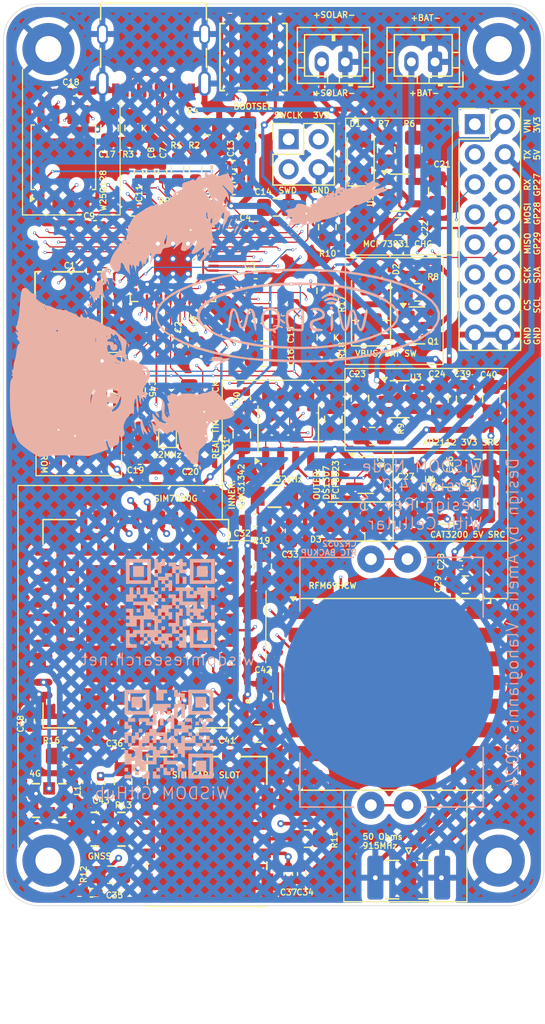
<source format=kicad_pcb>
(kicad_pcb (version 20240108) (generator "pcbnew") (generator_version "8.0")
  (layers (0 "F.Cu" signal) (1 "In1.Cu" signal) (2 "In2.Cu" signal) (31 "B.Cu" signal) (34 "B.Paste" user) (35 "F.Paste" user) (36 "B.SilkS" user "B.Silkscreen") (37 "F.SilkS" user "F.Silkscreen") (38 "B.Mask" user) (39 "F.Mask" user) (44 "Edge.Cuts" user))
  (net 0 "")
  (net 1 "GND")
  (net 2 "+3.3V")
  (net 3 "+1V1")
  (net 4 "/MCU/XTAL+")
  (net 5 "Net-(C20-Pad1)")
  (net 6 "VBUS")
  (net 7 "+BATT")
  (net 8 "+VSW")
  (net 9 "Net-(U4-CNEG)")
  (net 10 "Net-(U4-CPOS)")
  (net 11 "+5V")
  (net 12 "/PERIPHERALS/RTC_X1")
  (net 13 "/PERIPHERALS/RTC_X2")
  (net 14 "/PERIPHERALS/SIM_RST")
  (net 15 "/PERIPHERALS/SIM_VCC")
  (net 16 "/PERIPHERALS/SIM_CLK")
  (net 17 "/PERIPHERALS/SIM_IO")
  (net 18 "Net-(D1-A)")
  (net 19 "Net-(D1-K)")
  (net 20 "USB+")
  (net 21 "USB-")
  (net 22 "Net-(J2-CC1_B)")
  (net 24 "Net-(J2-CC1_A)")
  (net 26 "/PERIPHERALS/ANT")
  (net 27 "MISO")
  (net 28 "TX1")
  (net 29 "GP28")
  (net 30 "GP29")
  (net 31 "SCL")
  (net 32 "MOSI")
  (net 33 "RX1")
  (net 34 "SPI_CK")
  (net 35 "GP27")
  (net 36 "SPI_CS")
  (net 37 "SDA")
  (net 38 "SWD")
  (net 39 "SWCLK")
  (net 40 "Net-(U1-USB_DP)")
  (net 41 "Net-(U1-USB_DM)")
  (net 42 "/MCU/XTAL-")
  (net 43 "Net-(U5-PROG)")
  (net 44 "Net-(U3-EN)")
  (net 45 "Net-(R10-Pad1)")
  (net 46 "Net-(U12-A1)")
  (net 47 "Net-(U12-A2)")
  (net 48 "unconnected-(U1-GPIO24-Pad36)")
  (net 49 "/MCU/D3")
  (net 50 "RX0")
  (net 53 "unconnected-(U1-GPIO12-Pad15)")
  (net 54 "unconnected-(U1-GPIO22-Pad34)")
  (net 55 "/MCU/D0")
  (net 56 "SIM_DTR")
  (net 57 "TX0")
  (net 58 "RTC_MFP1")
  (net 60 "/MCU/D2")
  (net 61 "unconnected-(U1-GPIO23-Pad35)")
  (net 62 "/MCU/D1")
  (net 63 "/MCU/RESET")
  (net 64 "RTC_MFP2")
  (net 65 "RFM_RST")
  (net 66 "/MCU/CS")
  (net 67 "RFM_CS")
  (net 68 "/MCU/CLK")
  (net 69 "unconnected-(U1-GPIO25-Pad37)")
  (net 72 "5V_CTRL")
  (net 81 "Net-(J6-In)")
  (net 82 "GNSS_ANT")
  (net 83 "RF_ANT")
  (net 84 "Net-(L1-Pad1)")
  (net 85 "Net-(U11-RST)")
  (net 86 "Net-(U11-CLK)")
  (net 87 "Net-(U11-I{slash}O)")
  (net 119 "PWRKEY")
  (net 123 "VBAT_SAMPLE")
  (net 124 "RTC_BAT")
  (net 125 "+VRTC")
  (footprint "Resistor_SMD:R_0805_2012Metric_Pad1.20x1.40mm_HandSolder" (layer "F.Cu") (at 51.306 57.9452 -90)
    (property "Reference" "R18" (hide yes))
    (property "Value" "470k" (hide yes))
  )
  (footprint "Capacitor_SMD:C_0805_2012Metric_Pad1.18x1.45mm_HandSolder" (layer "F.Cu") (at 65.308 63.1767 90)
    (property "Reference" "C40" (hide yes))
    (property "Value" "100u" (hide yes))
  )
  (footprint "Resistor_SMD:R_0805_2012Metric_Pad1.20x1.40mm_HandSolder" (layer "F.Cu") (at 29.224 93.3227)
    (property "Reference" "R16" (hide yes))
    (property "Value" "22" (hide yes))
  )
  (footprint "Capacitor_SMD:C_0402_1005Metric_Pad0.74x0.62mm_HandSolder" (layer "F.Cu") (at 31.494 104.8797 180)
    (property "Reference" "C35" (hide yes))
    (property "Value" "33p" (hide yes))
  )
  (footprint "MountingHole:MountingHole_2.2mm_M2_Pad_TopBottom" (layer "F.Cu") (at 65.943 102.1657)
    (property "Reference" "H3" (hide yes))
    (property "Value" "MountingHole_Pad" (hide yes))
  )
  (footprint "WiSDOM:XTAL_SC32S-7PF20PPM_EPS" (layer "F.Cu") (at 46.9646 71.374)
    (property "Reference" "XTAL1" (hide yes))
    (property "Value" "SC32S-7PF20PPM" (hide yes))
  )
  (footprint "Resistor_SMD:R_0603_1608Metric_Pad0.98x0.95mm_HandSolder" (layer "F.Cu") (at 38.765 43.7457 90)
    (property "Reference" "R1" (hide yes))
    (property "Value" "27.4" (hide yes))
  )
  (footprint "Capacitor_SMD:C_0402_1005Metric_Pad0.74x0.62mm_HandSolder" (layer "F.Cu") (at 30.097 37.1887)
    (property "Reference" "C18" (hide yes))
    (property "Value" "0.1u" (hide yes))
  )
  (footprint "Resistor_SMD:R_0402_1005Metric_Pad0.72x0.64mm_HandSolder" (layer "F.Cu") (at 31.24 60.5912 -90)
    (property "Reference" "R14" (hide yes))
    (property "Value" "10k DNF" (hide yes))
  )
  (footprint "WiSDOM:1042240820_MOL" (layer "F.Cu") (at 41.263 99.698301)
    (property "Reference" "U11" (hide yes))
    (property "Value" "1042240820" (hide yes))
  )
  (footprint "Connector_PinHeader_2.54mm:PinHeader_2x08_P2.54mm_Vertical" (layer "F.Cu") (at 63.911 39.9357)
    (property "Reference" "J4" (hide yes))
    (property "Value" "Conn_02x08_Odd_Even" (hide yes))
  )
  (footprint "Connector_PinHeader_2.54mm:PinHeader_2x02_P2.54mm_Vertical" (layer "F.Cu") (at 48.163 41.2057)
    (property "Reference" "J5" (hide yes))
    (property "Value" "Conn_02x02_Odd_Even" (hide yes))
  )
  (footprint "RF_Module:HOPERF_RFM9XW_SMD" (layer "F.Cu") (at 57.148 88.1157)
    (property "Reference" "U6" (hide yes))
    (property "Value" "RFM69HCW")
  )
  (footprint "Resistor_SMD:R_0805_2012Metric_Pad1.20x1.40mm_HandSolder" (layer "F.Cu") (at 59.053 54.1437)
    (property "Reference" "R8" (hide yes))
    (property "Value" "10k" (hide yes))
  )
  (footprint "Package_SO:SOIC-8_3.9x4.9mm_P1.27mm" (layer "F.Cu") (at 30.605 65.5717 -90)
    (property "Reference" "U12" (hide yes))
    (property "Value" "CAT24M01W" (hide yes))
  )
  (footprint "Capacitor_SMD:C_0805_2012Metric_Pad1.18x1.45mm_HandSolder" (layer "F.Cu") (at 46.0775 57.5087)
    (property "Reference" "C15" (hide yes))
    (property "Value" "10u" (hide yes))
  )
  (footprint "Capacitor_SMD:C_0402_1005Metric_Pad0.74x0.62mm_HandSolder" (layer "F.Cu") (at 37.495 43.9997 90)
    (property "Reference" "C7" (hide yes))
    (property "Value" "0.1u" (hide yes))
  )
  (footprint "Capacitor_SMD:C_0402_1005Metric_Pad0.74x0.62mm_HandSolder" (layer "F.Cu") (at 34.161 93.0687)
    (property "Reference" "C36" (hide yes))
    (property "Value" "33p" (hide yes))
  )
  (footprint "Capacitor_SMD:C_0402_1005Metric_Pad0.74x0.62mm_HandSolder" (layer "F.Cu") (at 44.956 48.4917)
    (property "Reference" "C4" (hide yes))
    (property "Value" "0.1u" (hide yes))
  )
  (footprint "Capacitor_SMD:C_0805_2012Metric_Pad1.18x1.45mm_HandSolder" (layer "F.Cu") (at 45.5695 91.4177)
    (property "Reference" "C41" (hide yes))
    (property "Value" "1u" (hide yes))
  )
  (footprint "Capacitor_SMD:C_0402_1005Metric_Pad0.74x0.62mm_HandSolder" (layer "F.Cu") (at 43.5315 45.5237)
    (property "Reference" "C5" (hide yes))
    (property "Value" "0.1u" (hide yes))
  )
  (footprint "Capacitor_SMD:C_0402_1005Metric_Pad0.74x0.62mm_HandSolder" (layer "F.Cu") (at 36.479 43.9997 90)
    (property "Reference" "C8" (hide yes))
    (property "Value" "0.1u" (hide yes))
  )
  (footprint "Capacitor_SMD:C_0805_2012Metric_Pad1.18x1.45mm_HandSolder" (layer "F.Cu") (at 34.161 95.4817 -90)
    (property "Reference" "R13" (hide yes))
    (property "Value" "22" (hide yes))
  )
  (footprint "Capacitor_SMD:C_0402_1005Metric_Pad0.74x0.62mm_HandSolder" (layer "F.Cu") (at 43.5315 44.5077)
    (property "Reference" "C6" (hide yes))
    (property "Value" "0.1u" (hide yes))
  )
  (footprint "WiSDOM:AMPHENOL_12402012E212A" (layer "F.Cu") (at 36.733 32.3157 180)
    (property "Reference" "J2" (hide yes))
    (property "Value" "12402012E212A" (hide yes))
  )
  (footprint "Capacitor_SMD:C_0402_1005Metric_Pad0.74x0.62mm_HandSolder" (layer "F.Cu") (at 44.583 63.1007 90)
    (property "Reference" "C30" (hide yes))
    (property "Value" "0.1u" (hide yes))
  )
  (footprint "WiSDOM:21-100291_W80D&plus_1_MXM" (layer "F.Cu") (at 48 65.7597)
    (property "Reference" "U13" (hide yes))
    (property "Value" "MAX31342EWA+T" (hide yes))
  )
  (footprint "Capacitor_SMD:C_0805_2012Metric_Pad1.18x1.45mm_HandSolder" (layer "F.Cu") (at 35.306 62.484 -90)
    (property "Reference" "C45" (hide yes))
    (property "Value" "10u" (hide yes))
  )
  (footprint "RP2040_minimal_r2:RP2040-QFN-56" (layer "F.Cu") (at 38.3755 51.3057)
    (property "Reference" "U1" (hide yes))
    (property "Value" "RP2040" (hide yes))
  )
  (footprint "Resistor_SMD:R_0805_2012Metric_Pad1.20x1.40mm_HandSolder" (layer "F.Cu") (at 45.972 77.3207 -90)
    (property "Reference" "R19" (hide yes))
    (property "Value" "10k" (hide yes))
  )
  (footprint "Capacitor_SMD:C_0402_1005Metric_Pad0.74x0.62mm_HandSolder" (layer "F.Cu") (at 43.5315 43.3647)
    (property "Reference" "C12" (hide yes))
    (property "Value" "0.1u" (hide yes))
  )
  (footprint "WiSDOM:PTS526" (layer "F.Cu") (at 45.1866 34.2646 90)
    (property "Reference" "U8" (hide yes))
    (property "Value" "PTS526 SK15 SMTR2 LFS" (hide yes))
  )
  (footprint "Capacitor_SMD:C_0805_2012Metric_Pad1.18x1.45mm_HandSolder" (layer "F.Cu") (at 60.736 45.5452 90)
    (property "Reference" "C21" (hide yes))
    (property "Value" "4.7u" (hide yes))
  )
  (footprint "Capacitor_SMD:C_0805_2012Metric_Pad1.18x1.45mm_HandSolder" (layer "F.Cu") (at 47.115 46.9677)
    (property "Reference" "C14" (hide yes))
    (property "Value" "1u" (hide yes))
  )
  (footprint "Resistor_SMD:R_0805_2012Metric_Pad1.20x1.40mm_HandSolder" (layer "F.Cu") (at 41.289 40.1097)
    (property "Reference" "R4" (hide yes))
    (property "Value" "5.1k" (hide yes))
  )
  (footprint "Capacitor_SMD:C_0805_2012Metric_Pad1.18x1.45mm_HandSolder" (layer "F.Cu") (at 64.112 68.9812)
    (property "Reference" "C26" (hide yes))
    (property "Value" "1u" (hide yes))
  )
  (footprint "Package_SO:SOIC-8_3.9x4.9mm_P1.27mm" (layer "F.Cu") (at 48.127 65.6947 90)
    (property "Reference" "U10" (hide yes))
    (property "Value" "MCP7940 / DS1307 / PCF8523" (hide yes))
  )
  (footprint "Resistor_SMD:R_0805_2012Metric_Pad1.20x1.40mm_HandSolder" (layer "F.Cu") (at 51.433 48.6347 -90)
    (property "Reference" "R10" (hide yes))
    (property "Value" "10k" (hide yes))
  )
  (footprint "Resistor_SMD:R_0805_2012Metric_Pad1.20x1.40mm_HandSolder" (layer "F.Cu") (at 56.418 42.0947 90)
    (property "Reference" "R7" (hide yes))
    (property "Value" "1k" (hide yes))
  )
  (footprint "Capacitor_SMD:C_0805_2012Metric_Pad1.18x1.45mm_HandSolder" (layer "F.Cu") (at 33.018 40.2582 -90)
    (property "Reference" "C17" (hide yes))
    (property "Value" "10u" (hide yes))
  )
  (footprint "Capacitor_SMD:C_0805_2012Metric_Pad1.18x1.45mm_HandSolder" (layer "F.Cu") (at 44.702 40.8932 90)
    (property "Reference" "C13" (hide yes))
    (property "Value" "10u" (hide yes))
  )
  (footprint "MountingHole:MountingHole_2.2mm_M2_Pad_TopBottom" (layer "F.Cu") (at 65.943 33.5857)
    (property "Reference" "H2" (hide yes))
    (property "Value" "MountingHole_Pad" (hide yes))
  )
  (footprint "Capacitor_SMD:C_0805_2012Metric_Pad1.18x1.45mm_HandSolder" (layer "F.Cu") (at 57.434 48.5717)
    (property "Reference" "C22" (hide yes))
    (property "Value" "4.7u" (hide yes))
  )
  (footprint "Package_TO_SOT_SMD:SOT-23" (layer "F.Cu") (at 59.0205 56.9377)
    (property "Reference" "Q1" (hide yes))
    (property "Value" "DMG2301L" (hide yes))
  )
  (footprint "Inductor_SMD:L_0402_1005Metric_Pad0.77x0.64mm_HandSolder" (layer "F.Cu") (at 31.113 95.5442 -90)
    (property "Reference" "L1" (hide yes))
    (property "Value" "L" (hide yes))
  )
  (footprint "Capacitor_SMD:C_0402_1005Metric_Pad0.74x0.62mm_HandSolder" (layer "F.Cu") (at 26.287 90.3342 90)
    (property "Reference" "C38" (hide yes))
    (property "Value" "0.1u" (hide yes))
  )
  (footprint "Capacitor_SMD:C_0805_2012Metric_Pad1.18x1.45mm_HandSolder" (layer "F.Cu") (at 58.2915 72.0507 -90)
    (property "Reference" "C27" (hide yes))
    (property "Value" "1u" (hide yes))
  )
  (footprint "WiSDOM:CONN_CONMHF1-SMD_LNX" (layer "F.Cu") (at 32.891 99.511664)
    (property "Reference" "J6" (hide yes))
    (property "Value" "GNSS_ANT" (hide yes))
  )
  (footprint "Package_SO:SOIC-8_5.23x5.23mm_P1.27mm" (layer "F.Cu") (at 29.113 42.7297 90)
    (property "Reference" "U2" (hide yes))
    (property "Value" "W25Q128JVS" (hide yes))
  )
  (footprint "WiSDOM:CONN_CONMHF1-SMD_LNX" (layer "F.Cu") (at 27.900501 97.0857)
    (property "Reference" "J7" (hide yes))
    (property "Value" "RF_ANT" (hide yes))
  )
  (footprint "Capacitor_SMD:C_0805_2012Metric_Pad1.18x1.45mm_HandSolder" (layer "F.Cu") (at 49.7605 100.3077 180)
    (property "Reference" "R11" (hide yes))
    (property "Value" "22" (hide yes))
  )
  (footprint "Capacitor_SMD:C_0402_1005Metric_Pad0.74x0.62mm_HandSolder" (layer "F.Cu") (at 40.035 58.6722 -90)
    (property "Reference" "C10" (hide yes))
    (property "Value" "0.1u" (hide yes))
  )
  (footprint "Diode_SMD:D_SMA" (layer "F.Cu") (at 53.497 73.5107 180)
    (property "Reference" "D3" (hide yes))
    (property "Value" "SS14" (hide yes))
  )
  (footprint "Resistor_SMD:R_0603_1608Metric_Pad0.98x0.95mm_HandSolder" (layer "F.Cu") (at 40.289 43.7457 90)
    (property "Reference" "R2" (hide yes))
    (property "Value" "27.4" (hide yes))
  )
  (footprint "Capacitor_SMD:C_0402_1005Metric_Pad0.74x0.62mm_HandSolder" (layer "F.Cu") (at 45.369 52.6357)
    (property "Reference" "C3" (hide yes))
    (property "Value" "0.1u" (hide yes))
  )
  (footprint "Capacitor_SMD:C_0402_1005Metric_Pad0.74x0.62mm_HandSolder" (layer "F.Cu") (at 49.274 103.2882 -90)
    (property "Reference" "C34" (hide yes))
    (property "Value" "33p" (hide yes))
  )
  (footprint "Resistor_SMD:R_0805_2012Metric_Pad1.20x1.40mm_HandSolder" (layer "F.Cu") (at 58.704 42.0787 90)
    (property "Reference" "R6" (hide yes))
    (property "Value" "2k" (hide yes))
  )
  (footprint "MountingHole:MountingHole_2.2mm_M2_Pad_TopBottom" (layer "F.Cu") (at 27.843 33.5857)
    (property "Reference" "H1" (hide yes))
    (property "Value" "MountingHole_Pad" (hide yes))
  )
  (footprint "Capacitor_SMD:C_0402_1005Metric_Pad0.74x0.62mm_HandSolder" (layer "F.Cu") (at 48.131 103.2882 -90)
    (property "Reference" "C37" (hide yes))
    (property "Value" "0.1u" (hide yes))
  )
  (footprint "Capacitor_SMD:C_0805_2012Metric_Pad1.18x1.45mm_HandSolder" (layer "F.Cu") (at 46.0775 59.6677)
    (property "Reference" "C16" (hide yes))
    (property "Value" "1u" (hide yes))
  )
  (footprint "Resistor_SMD:R_0805_2012Metric_Pad1.20x1.40mm_HandSolder" (layer "F.Cu") (at 55.229 66.2907)
    (property "Reference" "R9" (hide yes))
    (property "Value" "R" (hide yes))
  )
  (footprint "Resistor_SMD:R_0805_2012Metric_Pad1.20x1.40mm_HandSolder" (layer "F.Cu") (at 35.05 40.2527 -90)
    (property "Reference" "R3" (hide yes))
    (property "Value" "5.1k" (hide yes))
  )
  (footprint "MountingHole:MountingHole_2.2mm_M2_Pad_TopBottom" (layer "F.Cu") (at 27.843 102.1657)
    (property "Reference" "H4" (hide yes))
    (property "Value" "MountingHole_Pad" (hide yes))
  )
  (footprint "Capacitor_SMD:C_0805_2012Metric_Pad1.18x1.45mm_HandSolder" (layer "F.Cu") (at 44.202 66.1867 -90)
    (property "Reference" "C31" (hide yes))
    (property "Value" "10u" (hide yes))
  )
  (footprint "Capacitor_SMD:C_0805_2012Metric_Pad1.18x1.45mm_HandSolder" (layer "F.Cu") (at 51.941 64.8747 90)
    (property "Reference" "C46" (hide yes))
    (property "Value" "10u" (hide yes))
  )
  (footprint "Capacitor_SMD:C_0805_2012Metric_Pad1.18x1.45mm_HandSolder" (layer "F.Cu") (at 54.197 63.0942 90)
    (property "Reference" "C23" (hide yes))
    (property "Value" "10u" (hide yes))
  )
  (footprint "Capacitor_SMD:C_0805_2012Metric_Pad1.18x1.45mm_HandSolder" (layer "F.Cu") (at 33.1235 103.3557)
    (property "Reference" "R12" (hide yes))
    (property "Value" "22" (hide yes))
  )
  (footprint "Capacitor_SMD:C_0402_1005Metric_Pad0.74x0.62mm_HandSolder" (layer "F.Cu") (at 40.259 68.453)
    (property "Reference" "C20" (hide yes))
    (property "Value" "15pF" (hide yes))
  )
  (footprint "Resistor_SMD:R_0402_1005Metric_Pad0.72x0.64mm_HandSolder" (layer "F.Cu") (at 29.97 60.5912 -90)
    (property "Reference" "R15" (hide yes))
    (property "Value" "10k DNF" (hide yes))
  )
  (footprint "Capacitor_SMD:C_0402_1005Metric_Pad0.74x0.62mm_HandSolder" (layer "F.Cu") (at 32.256 95.6087 -90)
    (property "Reference" "C43" (hide yes))
    (property "Value" "33p" (hide yes))
  )
  (footprint "Connector_JST:JST_PH_B2B-PH-K_1x02_P2.00mm_Vertical" (layer "F.Cu") (at 60.547 34.671 180)
    (property "Reference" "J1" (hide yes))
    (property "Value" "Conn_01x02_Pin" (hide yes))
  )
  (footprint "Capacitor_SMD:C_0805_2012Metric_Pad1.18x1.45mm_HandSolder" (layer "F.Cu") (at 46.099 88.2642 90)
    (property "Reference" "C42" (hide yes))
    (property "Value" "100u" (hide yes))
  )
  (footprint "Package_TO_SOT_SMD:SOT-23-6" (layer "F.Cu") (at 61.631 72.1752)
    (property "Reference" "U4" (hide yes))
    (property "Value" "CAT3200-5" (hide yes))
  )
  (footprint "Capacitor_SMD:C_0402_1005Metric_Pad0.74x0.62mm_HandSolder" (layer "F.Cu") (at 35.463 43.9997 90)
    (property "Reference" "C11" (hide yes))
    (property "Value" "0.1u" (hide yes))
  )
  (footprint "Capacitor_SMD:C_0402_1005Metric_Pad0.74x0.62mm_HandSolder" (layer "F.Cu") (at 33.526 60.4297 90)
    (property "Reference" "C44" (hide yes))
    (property "Value" "0.1u" (hide yes))
  )
  (footprint "Resistor_SMD:R_0805_2012Metric_Pad1.20x1.40mm_HandSolder" (layer "F.Cu") (at 51.29 54.0082 -90)
    (property "Reference" "R17" (hide yes))
    (property "Value" "470k" (hide yes))
  )
  (footprint "Resistor_SMD:R_0805_2012Metric_Pad1.20x1.40mm_HandSolder" (layer "F.Cu") (at 39.749 63.0807 -90)
    (property "Reference" "R5" (hide yes))
    (property "Value" "1k" (hide yes))
  )
  (footprint "Package_TO_SOT_SMD:SOT-23-5" (layer "F.Cu") (at 57.5555 63.1767)
    (property "Reference" "U3" (hide yes))
    (property "Value" "AP2112K-3.3" (hide yes))
  )
  (footprint "Connector_Coaxial:SMA_Samtec_SMA-J-P-H-ST-EM1_EdgeMount" (layer "F.Cu") (at 58.323 103.8532 -90)
    (property "Reference" "J3" (hide yes))
    (property "Value" "Conn_Coaxial" (hide yes))
  )
  (footprint "Capacitor_SMD:C_0805_2012Metric_Pad1.18x1.45mm_HandSolder" (layer "F.Cu") (at 63.087 63.1767 -90)
    (property "Reference" "C39" (hide yes))
    (property "Value" "100u" (hide yes))
  )
  (footprint "Diode_SMD:D_SMA" (layer "F.Cu") (at 55.132 55.1597 90)
    (property "Reference" "D2" (hide yes))
    (property "Value" "SS14" (hide yes))
  )
  (footprint "Capacitor_SMD:C_0603_1608Metric_Pad1.08x0.95mm_HandSolder" (layer "F.Cu") (at 48.387 74.295 -90)
    (property "Reference" "C33" (hide yes))
    (property "Value" "6p" (hide yes))
  )
  (footprint "Package_TO_SOT_SMD:SOT-23" (layer "F.Cu") (at 54.6865 69.5737)
    (property "Reference" "Q2" (hide yes))
    (property "Value" "DMG2301L" (hide yes))
  )
  (footprint "Capacitor_SMD:C_0805_2012Metric_Pad1.18x1.45mm_HandSolder" (layer "F.Cu") (at 64.8955 72.0077 -90)
    (property "Reference" "C25" (hide yes))
    (property "Value" "1u" (hide yes))
  )
  (footprint "Connector_JST:JST_PH_B2B-PH-K_1x02_P2.00mm_Vertical" (layer "F.Cu") (at 52.959 34.671 180)
    (property "Reference" "J8" (hide yes))
    (property "Value" "Conn_01x02_Pin" (hide yes))
  )
  (footprint "WiSDOM:XTAL-445" (layer "F.Cu") (at 37.916 67.2557)
    (property "Reference" "X1" (hide yes))
    (property "Value" "~" (hide yes))
  )
  (footprint "Capacitor_SMD:C_0402_1005Metric_Pad0.74x0.62mm_HandSolder" (layer "F.Cu") (at 35.558 68.326 180)
    (property "Reference" "C19" (hide yes))
    (property "Value" "15pF" (hide yes))
  )
  (footprint "WiSDOM:XCVR_SIM7080G" (layer "F.Cu") (at 35.233 82.1457 180)
    (property "Reference" "U9" (hide yes))
    (property "Value" "SIM7080G" (hide yes))
  )
  (footprint "Capacitor_SMD:C_0402_1005Metric_Pad0.74x0.62mm_HandSolder" (layer "F.Cu") (at 33.6804 55.1434 -90)
    (property "Reference" "C1" (hide yes))
    (property "Value" "0.1u" (hide yes))
  )
  (footprint "Package_TO_SOT_SMD:SOT-23-5" (layer "F.Cu") (at 57.5665 45.7167)
    (property "Reference" "U5" (hide yes))
    (property "Value" "MCP73831-2-OT" (hide yes))
  )
  (footprint "Capacitor_SMD:C_0805_2012Metric_Pad1.18x1.45mm_HandSolder" (layer "F.Cu") (at 60.928 63.1767 -90)
    (property "Reference" "C24" (hide yes))
    (property "Value" "10u" (hide yes))
  )
  (footprint "Capacitor_SMD:C_0402_1005Metric_Pad0.74x0.62mm_HandSolder" (layer "F.Cu") (at 62.736 77.1937)
    (property "Reference" "C28" (hide yes))
    (property "Value" "0.1u" (hide yes))
  )
  (footprint "Capacitor_SMD:C_0402_1005Metric_Pad0.74x0.62mm_HandSolder" (layer "F.Cu") (at 38.765 58.6722 -90)
    (property "Reference" "C2" (hide yes))
    (property "Value" "0.1u" (hide yes))
  )
  (footprint "Capacitor_SMD:C_0805_2012Metric_Pad1.18x1.45mm_HandSolder" (layer "F.Cu") (at 63.117 78.8447)
    (property "Reference" "C29" (hide yes))
    (property "Value" "10u" (hide yes))
  )
  (footprint "WiSDOM:PTS526" (layer "F.Cu") (at 29.5402 55.245 -90)
    (property "Reference" "U7" (hide yes))
    (property "Value" "PTS526 SK15 SMTR2 LFS" (hide yes))
  )
  (footprint "Capacitor_SMD:C_0603_1608Metric_Pad1.08x0.95mm_HandSolder" (layer "F.Cu") (at 45.339 73.406 180)
    (property "Reference" "C32" (hide yes))
    (property "Value" "6p" (hide yes))
  )
  (footprint "Capacitor_SMD:C_0402_1005Metric_Pad0.74x0.62mm_HandSolder" (layer "F.Cu") (at 31.78 48.4447 180)
    (property "Reference" "C9" (hide yes))
    (property "Value" "0.1u" (hide yes))
  )
  (footprint "LED_SMD:LED_1206_3216Metric_Pad1.42x1.75mm_HandSolder" (layer "F.Cu") (at 54.259 42.6932 90)
    (property "Reference" "D1" (hide yes))
    (property "Value" "LED" (hide yes))
  )
  (footprint "logos:qrcode" (layer "B.Cu") (at 41.908 84.1787 180)
    (property "Reference" "LOGO" (hide yes))
    (property "Value" "")
  )
  (footprint "WiSDOM:prince" (layer "B.Cu") (at 42.045736 55.527413 180)
    (property "Reference" "G***" (hide yes))
    (property "Value" "LOGO" (hide yes))
  )
  (footprint "WiSDOM:BAT_BAT-HLD-001-THM" (layer "B.Cu") (at 56.616 87.0857 -90)
    (property "Reference" "BT1" (hide yes))
    (property "Value" "RTC_BAT" (hide yes))
  )
  (footprint "logos:github_qr" (layer "B.Cu") (at 41.781 95.2277 180)
    (property "Reference" "LOGO" (hide yes))
    (property "Value" "")
  )
  (footprint "logos:wisdom_logo_lineborder" (layer "B.Cu") (at 48.912923 56.214121 180)
    (property "Reference" "G***" (hide yes))
    (property "Value" "LOGO" (hide yes))
  )
  (gr_rect (start 52.973 51.2227) (end 61.228 60.2397) (stroke (width 0.1)) (fill none) (layer "F.SilkS"))
  (gr_line (start 52.83 105.6417) (end 63.244 105.6417) (stroke (width 0.1)) (layer "F.SilkS"))
  (gr_line (start 52.83 96.2437) (end 52.83 105.6417) (stroke (width 0.1)) (layer "F.SilkS"))
  (gr_line (start 57.007 75.1607) (end 66.6476 75.1617) (stroke (width 0.1)) (layer "F.SilkS"))
  (gr_line (start 25.271 91.4177) (end 25.271 101.1967) (stroke (width 0.1)) (layer "F.SilkS"))
  (gr_line (start 53.467 56.515) (end 54.102 56.515) (stroke (width 0.1)) (layer "F.SilkS"))
  (gr_line (start 54.61 74.549) (end 54.61 75.057) (stroke (width 0.1)) (layer "F.SilkS"))
  (gr_line (start 54.61 72.517) (end 54.61 72.009) (stroke (width 0.1)) (layer "F.SilkS"))
  (gr_line (start 66.6984 79.0733) (end 66.6984 80.0131) (stroke (width 0.1)) (layer "F.SilkS"))
  (gr_line (start 33.78 47.6027) (end 33.907 47.6027) (stroke (width 0.1)) (layer "F.SilkS"))
  (gr_line (start 42.543 61.5727) (end 42.543 72.8757) (stroke (width 0.1)) (layer "F.SilkS"))
  (gr_line (start 42.543 61.5727) (end 52.957 61.5727) (stroke (width 0.1)) (layer "F.SilkS"))
  (gr_line (start 42.543 72.8757) (end 42.543 73.2567) (stroke (width 0.1)) (layer "F.SilkS"))
  (gr_rect (start 52.989 39.4277) (end 62.006 50.9847) (stroke (width 0.1)) (fill none) (layer "F.SilkS"))
  (gr_line (start 25.271 70.4627) (end 25.271 89.6397) (stroke (width 0.1)) (layer "F.SilkS"))
  (gr_line (start 44.956 75.1363) (end 43.0764 75.1363) (stroke (width 0.1)) (layer "F.SilkS"))
  (gr_line (start 56.9956 67.5163) (end 56.9956 71.7581) (stroke (width 0.1)) (layer "F.SilkS"))
  (gr_line (start 66.6984 80.0131) (end 65.276 80.0131) (stroke (width 0.1)) (layer "F.SilkS"))
  (gr_rect (start 52.927 60.5757) (end 66.705 67.4947) (stroke (width 0.1)) (fill none) (layer "F.SilkS"))
  (gr_line (start 25.652 47.6027) (end 30.605 47.6027) (stroke (width 0.1)) (layer "F.SilkS"))
  (gr_line (start 66.705 67.4947) (end 66.6984 79.0733) (stroke (width 0.1)) (layer "F.SilkS"))
  (gr_line (start 63.244 105.6417) (end 63.244 96.2437) (stroke (width 0.1)) (layer "F.SilkS"))
  (gr_line (start 56.9956 71.7581) (end 57.007 71.8607) (stroke (width 0.1)) (layer "F.SilkS"))
  (gr_line (start 32.129 47.6027) (end 33.78 47.6027) (stroke (width 0.1)) (layer "F.SilkS"))
  (gr_line (start 25.652 35.2837) (end 25.652 47.6027) (stroke (width 0.1)) (layer "F.SilkS"))
  (gr_line (start 42.543 70.4627) (end 25.271 70.4627) (stroke (width 0.1)) (layer "F.SilkS"))
  (gr_rect (start 26.795 59.2217) (end 34.034 69.6357) (stroke (width 0.1)) (fill none) (layer "F.SilkS"))
  (gr_line (start 56.134 56.515) (end 56.769 56.515) (stroke (width 0.1)) (layer "F.SilkS"))
  (gr_line (start 33.907 47.6027) (end 33.907 37.9507) (stroke (width 0.1)) (layer "F.SilkS"))
  (gr_line (start 46.2514 79.3781) (end 46.226 85.4487) (stroke (width 0.1)) (layer "F.SilkS"))
  (gr_arc (start 66.753 29.7757) (mid 68.87432 30.65438) (end 69.753 32.7757) (stroke (width 0.05)) (layer "Edge.Cuts"))
  (gr_line (start 66.753 105.9757) (end 27.033 105.9757) (stroke (width 0.05)) (layer "Edge.Cuts"))
  (gr_arc (start 27.033 105.9757) (mid 24.91168 105.09702) (end 24.033 102.9757) (stroke (width 0.05)) (layer "Edge.Cuts"))
  (gr_arc (start 69.753 102.9757) (mid 68.87432 105.09702) (end 66.753 105.9757) (stroke (width 0.05)) (layer "Edge.Cuts"))
  (gr_arc (start 24.033 32.7757) (mid 24.91168 30.65438) (end 27.033 29.7757) (stroke (width 0.05)) (layer "Edge.Cuts"))
  (gr_line (start 69.753 32.7757) (end 69.753 102.9757) (stroke (width 0.05)) (layer "Edge.Cuts"))
  (gr_line (start 24.033 102.9757) (end 24.033 32.7757) (stroke (width 0.05)) (layer "Edge.Cuts"))
  (gr_line (start 66.753 29.7757) (end 27.033 29.7757) (stroke (width 0.05)) (layer "Edge.Cuts"))
  (gr_text "CR2032" (at 53.973 75.6697 -0) (layer "B.SilkS") (effects (font (size 0.5 0.5) (thickness 0.1) (bold yes)) (justify left bottom mirror)))
  (gr_text "WiSDOM Node\nVersion 4.0\nDesign Rev. 3\nWith Cellular\n" (at 64.641 74.2727 0) (layer "B.SilkS") (effects (font (size 1 1) (thickness 0.1) (bold yes)) (justify left bottom mirror)))
  (gr_text "RTC BACKUP" (at 53.973 76.4317 -0) (layer "B.SilkS") (effects (font (size 0.5 0.5) (thickness 0.1) (bold yes)) (justify left bottom mirror)))
  (gr_text "WiSDOM GitHub" (at 43.2335 97.0612 0) (layer "B.SilkS") (effects (font (size 1 1) (thickness 0.1) (bold yes)) (justify left bottom mirror)))
  (gr_text "Design by Amelia Vlahogiannis 2024" (at 67.689 68.0497 90) (layer "B.SilkS") (effects (font (size 1 1) (thickness 0.1) (bold yes)) (justify left bottom mirror)))
  (gr_text "wisdomresearch.net" (at 45.3925 85.7582 0) (layer "B.SilkS") (effects (font (size 1 1) (thickness 0.1) (bold yes)) (justify left bottom mirror)))
  (gr_text "C14" (at 45.21 45.9517 0) (layer "F.SilkS") (effects (font (size 0.5 0.5) (thickness 0.1) (bold yes)) (justify left bottom)))
  (gr_text "R4" (at 39.495 39.0937 0) (layer "F.SilkS") (effects (font (size 0.5 0.5) (thickness 0.1) (bold yes)) (justify left bottom)))
  (gr_text "R19" (at 45.083 75.4157 0) (layer "F.SilkS") (effects (font (size 0.5 0.5) (thickness 0.1) (bold yes)) (justify left bottom)))
  (gr_text "R5" (at 38.733 64.7477 90) (layer "F.SilkS") (effects (font (size 0.5 0.5) (thickness 0.1) (bold yes)) (justify left bottom)))
  (gr_text "U4" (at 59.5615 70.2512 0) (layer "F.SilkS") (effects (font (size 0.5 0.5) (thickness 0.1) (bold yes)) (justify left bottom)))
  (gr_text "R8" (at 59.831 53.1277 0) (layer "F.SilkS") (effects (font (size 0.5 0.5) (thickness 0.1) (bold yes)) (justify left bottom)))
  (gr_text "SIM CARD SLOT" (at 38.225 95.2277 0) (layer "F.SilkS") (effects (font (size 0.5 0.5) (thickness 0.1) (bold yes)) (justify left bottom)))
  (gr_text "MCP73831 CHG" (at 54.386 50.3497 0) (layer "F.SilkS") (effects (font (size 0.5 0.5) (thickness 0.1)) (justify left bottom)))
  (gr_text "C2" (at 39.114 57.6357 90) (layer "F.SilkS") (effects (font (size 0.5 0.5) (thickness 0.1) (bold yes)) (justify left bottom)))
  (gr_text "C4" (at 43.94 48.1107 0) (layer "F.SilkS") (effects (font (size 0.5 0.5) (thickness 0.1) (bold yes)) (justify left bottom)))
  (gr_text "C26" (at 62.1015 69.4892 90) (layer "F.SilkS") (effects (font (size 0.5 0.5) (thickness 0.1) (bold yes)) (justify left bottom)))
  (gr_text "C7" (at 37.844 42.9037 90) (layer "F.SilkS") (effects (font (size 0.5 0.5) (thickness 0.1) (bold yes)) (justify left bottom)))
  (gr_text "W25Q128" (at 32.764 47.3487 90) (layer "F.SilkS") (effects (font (size 0.5 0.5) (thickness 0.1) (bold yes)) (justify left bottom)))
  (gr_text "MOSI\nGP28" (at 69.467 47.4757 90) (layer "F.SilkS") (effects (font (size 0.5 0.5) (thickness 0.1) (bold yes)) (justify bottom)))
  (gr_text "TX\n5V" (at 69.467 42.5227 90) (layer "F.SilkS") (effects (font (size 0.5 0.5) (thickness 0.1) (bold yes)) (justify bottom)))
  (gr_text "CAT24M01W EEPROM" (at 27.176 61.6347 -90) (layer "F.SilkS") (effects (font (size 0.5 0.5) (thickness 0.1) (bold yes)) (justify left bottom)))
  (gr_text "C30" (at 44.075 64.0492 90) (layer "F.SilkS") (effects (font (size 0.5 0.5) (thickness 0.1) (bold yes)) (justify left bottom)))
  (gr_text "C18" (at 28.954 36.6807 0) (layer "F.SilkS") (effects (font (size 0.5 0.5) (thickness 0.1) (bold yes)) (justify left bottom)))
  (gr_text "R12" (at 31.113 104.1177 90) (layer "F.SilkS") (effects (font (size 0.5 0.5) (thickness 0.1) (bold yes)) (justify left bottom)))
  (gr_text "32kHz" (at 46.99 70.231 0) (layer "F.SilkS") (effects (font (size 0.5 0.5) (thickness 0.1) (bold yes)) (justify left bottom)))
  (gr_text "RFM69HCW" (at 49.782 79.2257 0) (layer "F.SilkS") (effects (font (size 0.5 0.5) (thickness 0.1) (bold yes)) (justify left bottom)))
  (gr_text "+BAT-" (at 58.42 31.242 0) (layer "F.SilkS") (effects (font (size 0.5 0.5) (thickness 0.1) (bold yes)) (justify left bottom)))
  (gr_text "C15" (at 48.639 58.5247 90) (layer "F.SilkS") (effects (font (size 0.5 0.5) (thickness 0.1) (bold yes)) (justify left bottom)))
  (gr_text "C31" (at 43.186 67.9862 90) (layer "F.SilkS") (effects (font (size 0.5 0.5) (thickness 0.1) (bold yes)) (justify left bottom)))
  (gr_text "R2" (at 39.622 42.0147 0) (layer "F.SilkS") (effects (font (size 0.5 0.5) (thickness 0.1) (bold yes)) (justify left bottom)))
  (gr_text "RESET" (at 26.0096 57.4548 0) (layer "F.SilkS") (effects (font (size 0.5 0.5) (thickness 0.1) (bold yes)) (justify left bottom)))
  (gr_text "C38" (at 25.779 91.3962 90) (layer "F.SilkS") (effects (font (size 0.5 0.5) (thickness 0.1) (bold yes)) (justify left bottom)))
  (gr_text "R17" (at 52.941 55.9132 90) (layer "F.SilkS") (effects (font (size 0.5 0.5) (thickness 0.1) (bold yes)) (justify left bottom)))
  (gr_text "D2" (at 57.545 52.7467 90) (layer "F.SilkS") (effects (font (size 0.5 0.5) (thickness 0.1) (bold yes)) (justify left bottom)))
  (gr_text "C9" (at 30.732 47.9837 0) (layer "F.SilkS") (effects (font (size 0.5 0.5) (thickness 0.1) (bold yes)) (justify left bottom)))
  (gr_text "C21" (at 60.355 43.6187 0) (layer "F.SilkS") (effects (font (size 0.5 0.5) (thickness 0.1)) (justify left bottom)))
  (gr_text "C42" (at 45.21 86.3377 0) (layer "F.SilkS") (effects (font (size 0.5 0.5) (thickness 0.1) (bold yes)) (justify left bottom)))
  (gr_text "C25" (at 62.6095 70.5052 0) (layer "F.SilkS") (effects (font (size 0.5 0.5) (thickness 0.1) (bold yes)) (justify left bottom)))
  (gr_text "C37" (at 47.369 105.1337 0) (layer "F.SilkS") (effects (font (size 0.5 0.5) (thickness 0.1) (bold yes)) (justify left bottom)))
  (gr_text "C22" (at 59.974 49.5877 90) (layer "F.SilkS") (effects (font (size 0.5 0.5) (thickness 0.1)) (justify left bottom)))
  (gr_text "C20" (at 39.0565 69.596 0) (layer "F.SilkS") (effects (font (size 0.5 0.5) (thickness 0.1) (bold yes)) (justify left bottom)))
  (gr_text "GNSS" (at 31.113 102.0857 0) (layer "F.SilkS") (effects (font (size 0.5 0.5) (thickness 0.1) (bold yes)) (justify left bottom)))
  (gr_text "R14" (at 31.846 59.5377 -90) (layer "F.SilkS") (effects (font (size 0.5 0.5) (thickness 0.1) (bold yes)) (justify left bottom)))
  (gr_text "4G" (at 26.16 95.1007 0) (layer "F.SilkS") (effects (font (size 0.5 0.5) (thickness 0.1) (bold yes)) (justify left bottom)))
  (gr_text "REAL TIME CLOCK" (at 42.289 68.3037 90) (layer "F.SilkS") (effects (font (size 0.5 0.5) (thickness 0.1) (bold yes)) (justify left bottom)))
  (gr_text "R1" (at 38.098 42.0147 0) (layer "F.SilkS") (effects (font (size 0.5 0.5) (thickness 0.1) (bold yes)) (justify left bottom)))
  (gr_text "C39" (at 62.071 61.3377 0) (layer "F.SilkS") (effects (font (size 0.5 0.5) (thickness 0.1) (bold yes)) (justify left bottom)))
  (gr_text "D1" (at 53.243 40.1897 0) (layer "F.SilkS") (effects (font (size 0.5 0.5) (thickness 0.1)) (justify left bottom)))
  (gr_text "C8" (at 36.828 42.9037 90) (layer "F.SilkS") (effects (font (size 0.5 0.5) (thickness 0.1) (bold yes)) (justify left bottom)))
  (gr_text "C23" (at 53.181 61.3377 0) (layer "F.SilkS") (effects (font (size 0.5 0.5) (thickness 0.1) (bold yes)) (justify left bottom)))
  (gr_text "C11" (at 35.812 46.5867 90) (layer "F.SilkS") (effects (font (size 0.5 0.5) (thickness 0.1) (bold yes)) (justify left bottom)))
  (gr_text "AP2112 3V3 SRC" (at 59.466 67.1137 0) (layer "F.SilkS") (effects (font (size 0.5 0.5) (thickness 0.1) (bold yes)) (justify left bottom)))
  (gr_text "C10" (at 40.384 57.6357 90) (layer "F.SilkS") (effects (font (size 0.5 0.5) (thickness 0.1) (bold yes)) (justify left bottom)))
  (gr_text "C17" (at 32.002 42.7767 0) (layer "F.SilkS") (effects (font (size 0.5 0.5) (thickness 0.1) (bold yes)) (justify left bottom)))
  (gr_text "R18" (at 52.941 59.8502 90) (layer "F.SilkS") (effects (font (size 0.5 0.5) (thickness 0.1) (bold yes)) (justify left bottom)))
  (gr_text "12MHz" (at 36.574 68.1607 0) (layer "F.SilkS") (effects (font (size 0.5 0.5) (thickness 0.1) (bold yes)) (justify left bottom)))
  (gr_text "U3" (at 58.3555 61.6167 0) (layer "F.SilkS") (effects (font (size 0.5 0.5) (thickness 0.1) (bold yes)) (justify left bottom)))
  (gr_text "SWD" (at 47.242 45.8247 0) (layer "F.SilkS") (effects (font (size 0.5 0.5) (thickness 0.1) (bold yes)) (justify left bottom)))
  (gr_text "SWCLK" (at 46.861 39.4747 0) (layer "F.SilkS") (effects (font (size 0.5 0.5) (thickness 0.1) (bold yes)) (justify left bottom)))
  (gr_text "D3" (at 49.911 75.311 0) (layer "F.SilkS") (effects (font (size 0.5 0.5) (thickness 0.1) (bold yes)) (justify left bottom)))
  (gr_text "RX\nGP27" (at 69.467 45.0627 90) (layer "F.SilkS") (effects (font (size 0.5 0.5) (thickness 0.1) (bold yes)) (justify bottom)))
  (gr_text "SIM7080G" (at 36.701 71.8597 0) (layer "F.SilkS") (effects (font (size 0.5 0.5) (thickness 0.1) (bold yes)) (justify left bottom)))
  (gr_text "SCK\nSDA" (at 69.467 52.6827 90) (layer "F.SilkS") (effects (font (size 0.5 0.5) (thickness 0.1) (bold yes)) (justify bottom)))
  (gr_text "915MHz" (at 54.354 101.1967 0) (layer "F.SilkS") (effects (font (size 0.5 0.5) (thickness 0.1) (bold yes)) (justify left bottom)))
  (gr_text "C27" (at 57.2755 69.9972 0) (layer "F.SilkS") (effects (font (size 0.5 0.5) (thickness 0.1) (bold yes)) (justify left bottom)))
  (gr_text "R16" (at 27.303 92.3067 0) (layer "F.SilkS") (effects (font (size 0.5 0.5) (thickness 0.1) (bold yes)) (justify left bottom)))
  (gr_text "R3" (at 34.034 42.7767 0) (layer "F.SilkS") (effects (font (size 0.5 0.5) (thickness 0.1) (bold yes)) (justify left bottom)))
  (gr_text "C3" (at 44.321 52.1747 0) (layer "F.SilkS") (effects (font (size 0.5 0.5) (thickness 0.1) (bold yes)) (justify left bottom)))
  (gr_text "C1" (at 29.081 52.1747 0) (layer "F.SilkS") (effects (font (size 0.5 0.5) (thickness 0.1) (bold yes)) (justify left bottom)))
  (gr_text "C40" (at 64.292 61.3987 0) (layer "F.SilkS") (effects (font (size 0.5 0.5) (thickness 0.1) (bold yes)) (justify left bottom)))
  (gr_text "C34" (at 48.766 105.1337 0) (layer "F.SilkS") (effects (font (size 0.5 0.5) (thickness 0.1) (bold yes)) (justify left bottom)))
  (gr_text "R13" (at 33.399 97.7677 0) (layer "F.SilkS") (effects (font (size 0.5 0.5) (thickness 0.1) (bold yes)) (justify left bottom)))
  (gr_text "50 Ohms" (at 54.354 100.4347 0) (layer "F.SilkS") (effects (font (size 0.5 0.5) (thickness 0.1) (bold yes)) (justify left bottom)))
  (gr_text "VBUS/BAT SW" (at 53.735 59.6047 0) (layer "F.SilkS") (effects (font (size 0.5 0.5) (thickness 0.1)) (justify left bottom)))
  (gr_text "GND" (at 50.036 45.8247 0) (layer "F.SilkS") (effects (font (size 0.5 0.5) (thickness 0.1) (bold yes)) (justify left bottom)))
  (gr_text "+BAT-" (at 58.293 37.592 0) (layer "F.SilkS") (effects (font (size 0.5 0.5) (thickness 0.1) (bold yes)) (justify left bottom)))
  (gr_text "3V3" (at 50.163 39.4747 0) (layer "F.SilkS") (effects (font (size 0.5 0.5) (thickness 0.1) (bold yes)) (justify left bottom)))
  (gr_text "Q1" (at 59.831 58.5887 0) (layer "F.SilkS") (effects (font (size 0.5 0.5) (thickness 0.1) (bold yes)) (justify left bottom)))
  (gr_text "Q2" (at 56.259 69.0657 90) (layer "F.SilkS") (effects (font (size 0.5 0.5) (thickness 0.1) (bold yes)) (justify left bottom)))
  (gr_text "R7" (at 55.656 40.1897 0) (layer "F.SilkS") (effects (font (size 0.5 0.5) (thickness 0.1)) (justify left bottom)))
  (gr_text "RP2040" (at 37.082 46.7137 0) (layer "F.SilkS") (effects (font (size 0.5 0.5) (thickness 0.1) (bold yes)) (justify left bottom)))
  (gr_text "C28" (at 61.339 77.7017 90) (layer "F.SilkS") (effects (font (size 0.5 0.5) (thickness 0.1) (bold yes)) (justify left bottom)))
  (gr_text "C35" (at 32.637 105.3877 0) (layer "F.SilkS") (effects (font (size 0.5 0.5) (thickness 0.1) (bold yes)) (justify left bottom)))
  (gr_text "C19" (at 34.415 69.469 0) (layer "F.SilkS") (effects (font (size 0.5 0.5) (thickness 0.1) (bold yes)) (justify left bottom)))
  (gr_text "R6" (at 57.815 40.1897 0) (layer "F.SilkS") (effects (font (size 0.5 0.5) (thickness 0.1)) (justify left bottom)))
  (gr_text "INNER:\nMAX31342" (at 44.456 72.5582 90) (layer "F.SilkS") (effects (font (size 0.5 0.5) (thickness 0.1) (bold yes)) (justify left bottom)))
  (gr_text "C32" (at 43.434 74.803 0) (layer "F.SilkS") (effects (font (size 0.5 0.5) (thickness 0.1) (bold yes)) (justify left bottom)))
  (gr_text "VIN\n3V3" (at 69.467 40.7447 90) (layer "F.SilkS") (effects (font (size 0.5 0.5) (thickness 0.1) (bold yes)) (justify left bottom)))
  (gr_text "+SOLAR-" (at 50.165 30.988 0) (layer "F.SilkS") (effects (font (size 0.5 0.5) (thickness 0.1) (bold yes)) (justify left bottom)))
  (gr_text "OUTER:\nDS1307\nPCF8523" (at 52.449 71.7327 90) (layer "F.SilkS") (effects (font (size 0.5 0.5) (thickness 0.1) (bold yes)) (justify left bottom)))
  (gr_text "+SOLAR-" (at 50.165 37.592 0) (layer "F.SilkS") (effects (font (size 0.5 0.5) (thickness 0.1) (bold yes)) (justify left bottom)))
  (gr_text "L1" (at 30.605 96.7517 90) (layer "F.SilkS") (effects (font (size 0.5 0.5) (thickness 0.1) (bold yes)) (justify left bottom)))
  (gr_text "C41" (at 42.162 92.3067 0) (layer "F.SilkS") (effects (font (size 0.5 0.5) (thickness 0.1) (bold yes)) (justify left bottom)))
  (gr_text "C47" (at 33.399 61.4457 -90) (layer "F.SilkS") (effects (font (size 0.5 0.5) (thickness 0.1) (bold yes)) (justify left bottom)))
  (gr_text "U5" (at 55.37 46.9677 90) (layer "F.SilkS") (effects (font (size 0.5 0.5) (thickness 0.1) (bold yes)) (justify left bottom)))
  (gr_text "C13" (at 43.559 42.7767 90) (layer "F.SilkS") (effects (font (size 0.5 0.5) (thickness 0.1) (bold yes)) (justify left bottom)))
  (gr_text "C33" (at 47.498 76.581 0) (layer "F.SilkS") (effects (font (size 0.5 0.5) (thickness 0.1) (bold yes)) (justify left bottom)))
  (gr_text "C45" (at 36.322 61.468 -90) (layer "F.SilkS") (effects (font (size 0.5 0.5) (thickness 0.1) (bold yes)) (justify left bottom)))
  (gr_text "CS\nSCL" (at 69.467 55.2227 90) (layer "F.SilkS") (effects (font (size 0.5 0.5) (thickness 0.1) (bold yes)) (justify bottom)))
  (gr_text "MISO\nGP29" (at 69.467 50.0157 90) (layer "F.SilkS") (effects (font (size 0.5 0.5) (thickness 0.1) (bold yes)) (justify bottom)))
  (gr_text "C29" (at 61.085 79.6067 90) (layer "F.SilkS") (effects (font (size 0.5 0.5) (thickness 0.1) (bold yes)) (justify left bottom)))
  (gr_text "R10" (at 50.671 51.1587 0) (layer "F.SilkS") (effects (font (size 0.5 0.5) (thickness 0.1) (bold yes)) (justify left bottom)))
  (gr_text "R11" (at 52.322 101.1967 90) (layer "F.SilkS") (effects (font (size 0.5 0.5) (thickness 0.1) (bold yes)) (justify left bottom)))
  (gr_text "C24" (at 59.912 61.3377 0) (layer "F.SilkS") (effects (font (size 0.5 0.5) (thickness 0.1) (bold yes)) (justify left bottom)))
  (gr_text "C43" (at 31.494 97.3867 0) (layer "F.SilkS") (effects (font (size 0.5 0.5) (thickness 0.1) (bold yes)) (justify left bottom)))
  (gr_text "BOOTSEL" (at 43.434 38.735 0) (layer "F.SilkS") (effects (font (size 0.5 0.5) (thickness 0.1) (bold yes)) (justify left bottom)))
  (gr_text "R9" (at 57.942 66.2247 90) (layer "F.SilkS") (effects (font (size 0.5 0.5) (thickness 0.1) (bold yes)) (justify left bottom)))
  (gr_text "C16" (at 48.639 60.4297 90) (layer "F.SilkS") (effects (font (size 0.5 0.5) (thickness 0.1) (bold yes)) (justify left bottom)))
  (gr_text "CAT3200 5V SRC" (at 60.069 74.9077 0) (layer "F.SilkS") (effects (font (size 0.5 0.5) (thickness 0.1) (bold yes)) (justify left bottom)))
  (gr_text "R15" (at 28.827 59.4107 -90) (layer "F.SilkS") (effects (font (size 0.5 0.5) (thickness 0.1) (bold yes)) (justify left bottom)))
  (gr_text "GND\nGND" (at 69.467 58.6517 90) (layer "F.SilkS") (effects (font (size 0.5 0.5) (thickness 0.1) (bold yes)) (justify left bottom)))
  (gr_text "C36" (at 32.637 92.5607 0) (layer "F.SilkS") (effects (font (size 0.5 0.5) (thickness 0.1) (bold yes)) (justify left bottom)))
  (segment (start 60.4935 72.1752) (end 59.2045 72.1752) (width 0.508) (layer "F.Cu") (net 1))
  (segment (start 26.16 85.4487) (end 26.16 82.1467) (width 0.2032) (layer "F.Cu") (net 1))
  (segment (start 36.633 88.4457) (end 36.633 86.9457) (width 0.6096) (layer "F.Cu") (net 1))
  (segment (start 57.626 61.2107) (end 61.121 57.7157) (width 0.4064) (layer "F.Cu") (net 1))
  (segment (start 57.626 62.631199) (end 57.626 61.2107) (width 0.4064) (layer "F.Cu") (net 1))
  (segment (start 47.75 65.5097) (end 47.75 65.330095) (width 0.1016) (layer "F.Cu") (net 1))
  (segment (start 27.049 98.1487) (end 27.061964 98.135736) (width 0.6096) (layer "F.Cu") (net 1))
  (segment (start 44.583 62.5332) (end 43.0038 62.5332) (width 0.3556) (layer "F.Cu") (net 1))
  (segment (start 38.133 82.1457) (end 38.133 78.7457) (width 0.6096) (layer "F.Cu") (net 1))
  (segment (start 47.75 65.330095) (end 47.189905 64.77) (width 0.1016) (layer "F.Cu") (net 1))
  (segment (start 61.121 57.7157) (end 63.911 57.7157) (width 0.4064) (layer "F.Cu") (net 1))
  (segment (start 41.6378 75.3505) (end 41.6378 79.8601) (width 0.6096) (layer "F.Cu") (net 1))
  (segment (start 46.174302 48.5717) (end 45.623 48.5717) (width 0.2) (layer "F.Cu") (net 1))
  (segment (start 27.383 84.8957) (end 26.713 84.8957) (width 0.2032) (layer "F.Cu") (net 1))
  (segment (start 40.583 84.2457) (end 41.1926 84.2457) (width 0.6096) (layer "F.Cu") (net 1))
  (segment (start 47.778302 46.9677) (end 46.174302 48.5717) (width 0.2) (layer "F.Cu") (net 1))
  (segment (start 57.529 46.812067) (end 58.652633 47.9357) (width 0.2) (layer "F.Cu") (net 1))
  (segment (start 30.732 74.7909) (end 30.833 74.6899) (width 0.6096) (layer "F.Cu") (net 1))
  (segment (start 51.433 49.6347) (end 50.211 48.4127) (width 0.2) (layer "F.Cu") (net 1))
  (segment (start 39.633 73.3457) (end 41.6378 75.3505) (width 0.6096) (layer "F.Cu") (net 1))
  (segment (start 30.732 74.7909) (end 29.659241 74.7909) (width 0.6096) (layer "F.Cu") (net 1))
  (segment (start 59.2045 72.1752) (end 58.2915 73.0882) (width 0.508) (layer "F.Cu") (net 1))
  (segment (start 50.032 68.1697) (end 50.332 68.4697) (width 0.254) (layer "F.Cu") (net 1))
  (segment (start 33.033 73.3457) (end 33.033 73.883859) (width 0.6096) (layer "F.Cu") (net 1))
  (segment (start 46.6562 64.77) (end 44.202 67.2242) (width 0.1016) (layer "F.Cu") (net 1))
  (segment (start 28.8282 75.621941) (end 28.8282 82.2313) (width 0.6096) (layer "F.Cu") (net 1))
  (segment (start 64.1545 78.8447) (end 64.1545 78.0447) (width 0.4064) (layer "F.Cu") (net 1))
  (segment (start 30.833 74.6899) (end 30.833 73.3457) (width 0.6096) (layer "F.Cu") (net 1))
  (segment (start 26.711 81.5957) (end 27.383 81.5957) (width 0.2032) (layer "F.Cu") (net 1))
  (segment (start 56.429 45.7167) (end 56.782052 45.7167) (width 0.2) (layer "F.Cu") (net 1))
  (segment (start 32.125959 74.7909) (end 30.732 74.7909) (width 0.6096) (layer "F.Cu") (net 1))
  (segment (start 66.148 93.1157) (end 67.181 92.0827) (width 0.4064) (layer "F.Cu") (net 1))
  (segment (start 57.529 46.463648) (end 57.529 46.812067) (width 0.2) (layer "F.Cu") (net 1))
  (segment (start 34.103499 99.511664) (end 34.103499 100.365201) (width 0.6096) (layer "F.Cu") (net 1))
  (segment (start 32.333 82.1457) (end 32.333 85.5457) (width 0.6096) (layer "F.Cu") (net 1))
  (segment (start 26.16 82.1467) (end 26.711 81.5957) (width 0.2032) (layer "F.Cu") (net 1))
  (segment (start 66.148 93.1157) (end 66.927 93.8947) (width 0.4064) (layer "F.Cu") (net 1))
  (segment (start 40.483 37.0657) (end 41.053 36.4957) (width 0.508) (layer "F.Cu") (net 1))
  (segment (start 32.333 85.5457) (end 35.233 85.5457) (width 0.6096) (layer "F.Cu") (net 1))
  (segment (start 56.418 63.1767) (end 57.080499 63.1767) (width 0.4064) (layer "F.Cu") (net 1))
  (segment (start 35.233 82.1457) (end 32.333 82.1457) (width 0.6096) (layer "F.Cu") (net 1))
  (segment (start 59.6437 62.9299) (end 60.928 64.2142) (width 0.4064) (layer "F.Cu") (net 1))
  (segment (start 58.4715 48.5717) (end 59.1075 47.9357) (width 0.2) (layer "F.Cu") (net 1))
  (segment (start 33.907 100.5617) (end 32.891 100.5617) (width 0.6096) (layer "F.Cu") (net 1))
  (segment (start 27.686 52.06365) (end 27.686 58.42635) (width 0.4064) (layer "F.Cu") (net 1))
  (segment (start 31.72 37.1887) (end 32.413 36.4957) (width 0.508) (layer "F.Cu") (net 1))
  (segment (start 44.099 43.3647) (end 42.289 41.5547) (width 0.2) (layer "F.Cu") (net 1))
  (segment (start 37.3755 52.8557) (end 37.1005 52.5807) (width 0.1524) (layer "F.Cu") (net 1))
  (segment (start 33.033 90.2377) (end 32.433 89.6377) (width 0.508) (layer "F.Cu") (net 1))
  (segment (start 27.383 85.9957) (end 26.629 85.9957) (width 0.2032) (layer "F.Cu") (net 1))
  (segment (start 33.033 90.9457) (end 33.033 90.2377) (width 0.508) (layer "F.Cu") (net 1))
  (segment (start 28.1926 81.5957) (end 28.8282 82.2313) (width 0.6096) (layer "F.Cu") (net 1))
  (segment (start 38.133 82.1457) (end 35.233 82.1457) (width 0.6096) (layer "F.Cu") (net 1))
  (segment (start 47.189905 64.77) (end 46.6562 64.77) (width 0.1016) (layer "F.Cu") (net 1))
  (segment (start 50.211 47.3967) (end 49.782 46.9677) (width 0.2) (layer "F.Cu") (net 1))
  (segment (start 42.418 63.119) (end 42.418 65.07247) (width 0.3556) (layer "F.Cu") (net 1))
  (segment (start 47.586 104.4007) (end 48.131 103.8557) (width 0.6096) (layer "F.Cu") (net 1))
  (segment (start 40.5118 69.3432) (end 35.3072 69.3432) (width 0.3556) (layer "F.Cu") (net 1))
  (segment (start 44.202 66.85647) (end 44.202 67.2242) (width 0.3556) (layer "F.Cu") (net 1))
  (segment (start 62.228 45.9997) (end 60.736 44.5077) (width 0.2) (layer "F.Cu") (net 1))
  (segment (start 26.16 89.6397) (end 26.287 89.7667) (width 0.2032) (layer "F.Cu") (net 1))
  (segment (start 50.211 48.4127) (end 50.211 47.3967) (width 0.2) (layer "F.Cu") (net 1))
  (segment (start 35.233 78.7457) (end 32.333 78.7457) (width 0.6096) (layer "F.Cu") (net 1))
  (segment (start 40.8265 68.453) (end 40.8265 69.0285) (width 0.3556) (layer "F.Cu") (net 1))
  (segment (start 62.101 95.984257) (end 62.101 94.2117) (width 0.4064) (layer "F.Cu") (net 1))
  (segment (start 67.181 80.3687) (end 65.657 78.8447) (width 0.4064) (layer "F.Cu") (net 1))
  (segment (start 39.433 84.2457) (end 38.133 85.5457) (width 0.6096) (layer "F.Cu") (net 1))
  (segment (start 35.233 82.1457) (end 35.233 85.5457) (width 0.6096) (layer "F.Cu") (net 1))
  (segment (start 62.228 47.0947) (end 62.228 45.9997) (width 0.2) (layer "F.Cu") (net 1))
  (segment (start 36.633 86.9457) (end 35.233 85.5457) (width 0.6096) (layer "F.Cu") (net 1))
  (segment (start 55.498 102.587257) (end 62.101 95.984257) (width 0.4064) (layer "F.Cu") (net 1))
  (segment (start 34.103499 100.365201) (end 33.907 100.5617) (width 0.6096) (layer "F.Cu") (net 1))
  (segment (start 66.927 93.8947) (end 66.927 95.355924) (width 0.4064) (layer "F.Cu") (net 1))
  (segment (start 29.659241 74.7909) (end 28.8282 75.621941) (width 0.6096) (layer "F.Cu") (net 1))
  (segment (start 35.306 63.5215) (end 34.8136 64.0139) (width 0.3048) (layer "F.Cu") (net 1))
  (segment (start 50.332 68.4697) (end 50.332 69.3197) (width 0.254) (layer "F.Cu") (net 1))
  (segment (start 67.181 92.0827) (end 67.181 80.3687) (width 0.4064) (layer "F.Cu") (net 1))
  (segment (start 27.061964 98.135736) (end 27.900501 98.135736) (width 0.6096) (layer "F.Cu") (net 1))
  (segment (start 57.080499 63.1767) (end 57.626 62.631199) (width 0.4064) (layer "F.Cu") (net 1))
  (segment (start 38.033 85.6457) (end 38.133 85.5457) (width 0.6096) (layer "F.Cu") (net 1))
  (segment (start 49.782 46.9677) (end 48.1525 46.9677) (width 0.2) (layer "F.Cu") (net 1))
  (segment (start 32.002 100.5617) (end 32.891 100.5617) (width 0.6096) (layer "F.Cu") (net 1))
  (segment (start 38.133 85.5457) (end 38.133 82.1457) (width 0.6096) (layer "F.Cu") (net 1))
  (segment (start 32.983 37.0657) (end 32.413 36.4957) (width 0.508) (layer "F.Cu") (net 1))
  (segment (start 30.6645 37.1887) (end 31.72 37.1887) (width 0.508) (layer "F.Cu") (net 1))
  (segment (start 42.2734 80.4957) (end 43.083 80.4957) (width 0.6096) (layer "F.Cu") (net 1))
  (segment (start 58.5455 74.3152) (end 65.440534 74.3152) (width 0.508) (layer "F.Cu") (net 1))
  (segment (start 41.6378 83.8005) (end 41.6378 79.8601) (width 0.6096) (layer "F.Cu") (net 1))
  (segment (start 43.0038 62.5332) (end 42.418 63.119) (width 0.3556) (layer "F.Cu") (net 1))
  (segment (start 27.504763 48.312463) (end 27.303 48.1107) (width 0.508) (layer "F.Cu") (net 1))
  (segment (start 33.533 37.0657) (end 32.983 37.0657) (width 0.508) (layer "F.Cu") (net 1))
  (segment (start 64.673 93.1157) (end 66.148 93.1157) (width 0.4064) (layer "F.Cu") (net 1))
  (segment (start 61.085 103.6097) (end 61.148 103.6032) (width 0.4064) (layer "F.Cu") (net 1))
  (segment (start 34.8136 64.0139) (end 34.8136 68.1491) (width 0.3048) (layer "F.Cu") (net 1))
  (segment (start 63.197 93.1157) (end 64.673 93.1157) (width 0.4064) (layer "F.Cu") (net 1))
  (segment (start 26.16 85.4487) (end 26.16 86.4647) (width 0.2032) (layer "F.Cu") (net 1))
  (segment (start 26.688002 97.787702) (end 27.049 98.1487) (width 0.6096) (layer "F.Cu") (net 1))
  (segment (start 58.2915 73.0882) (end 58.2915 74.0612) (width 0.508) (layer "F.Cu") (net 1))
  (segment (start 32.433 89.6377) (end 32.433 88.4457) (width 0.508) (layer "F.Cu") (net 1))
  (segment (start 66.451 57.7157) (end 63.911 57.7157) (width 0.4064) (layer "F.Cu") (net 1))
  (segment (start 31.080263 48.312463) (end 27.504763 48.312463) (width 0.508) (layer "F.Cu") (net 1))
  (segment (start 42.289 41.5547) (end 42.289 40.1097) (width 0.2) (layer "F.Cu") (net 1))
  (segment (start 32.333 88.3457) (end 32.433 88.4457) (width 0.6096) (layer "F.Cu") (net 1))
  (segment (start 40.583 84.2457) (end 39.433 84.2457) (width 0.6096) (layer "F.Cu") (net 1))
  (segment (start 31.2125 48.4447) (end 31.080263 48.312463) (width 0.508) (layer "F.Cu") (net 1))
  (segment (start 61.148 101.134924) (end 61.085 103.6097) (width 0.4064) (layer "F.Cu") (net 1))
  (segment (start 41.6378 79.8601) (end 42.2734 80.4957) (width 0.6096) (layer "F.Cu") (net 1))
  (segment (start 28.8282 83.8005) (end 28.9524 83.9247) (width 0.6096) (layer "F.Cu") (net 1))
  (segment (start 46.363 104.4007) (end 47.586 104.4007) (width 0.6096) (layer "F.Cu") (net 1))
  (segment (start 35.3072 69.3432) (end 34.9905 69.0265) (width 0.3556) (layer "F.Cu") (net 1))
  (segment (start 48.1525 46.9677) (end 47.778302 46.9677) (width 0.2) (layer "F.Cu") (net 1))
  (segment (start 32.333 82.1457) (end 32.333 88.3457) (width 0.6096) (layer "F.Cu") (net 1))
  (segment (start 38.033 88.4457) (end 38.033 85.6457) (width 0.6096) (layer "F.Cu") (net 1))
  (segment (start 45.972 78.3207) (end 43.797 80.4957) (width 0.6096) (layer "F.Cu") (net 1))
  (segment (start 46.163 97.400701) (end 46.363 97.200701) (width 0.3048) (layer "F.Cu") (net 1))
  (segment (start 33.033 73.883859) (end 32.125959 74.7909) (width 0.6096) (layer "F.Cu") (net 1))
  (segment (start 57.626 62.631199) (end 57.924701 62.9299) (width 0.4064) (layer "F.Cu") (net 1))
  (segment (start 65.440534 74.3152) (end 66.1655 73.590234) (width 0.508) (layer "F.Cu") (net 1))
  (segment (start 65.657 78.8447) (end 64.1545 78.8447) (width 0.4064) (layer "F.Cu") (net 1))
  (segment (start 48.131 103.8557) (end 49.274 103.8557) (width 0.6096) (layer "F.Cu") (net 1))
  (segment (start 37.3755 54.7432) (end 37.3755 52.8557) (width 0.1524) (layer "F.Cu") (net 1))
  (segment (start 66.1655 69.9972) (end 65.1495 68.9812) (width 0.508) (layer "F.Cu") (net 1))
  (segment (start 64.1545 78.0447) (end 63.3035 77.1937) (width 0.4064) (layer "F.Cu") (net 1))
  (segment (start 58.2915 74.0612) (end 58.5455 74.3152) (width 0.508) (layer "F.Cu") (net 1))
  (segment (start 61.387 47.9357) (end 62.228 47.0947) (width 0.2) (layer "F.Cu") (net 1))
  (segment (start 26.688002 97.0857) (end 26.688002 97.787702) (width 0.6096) (layer "F.Cu") (net 1))
  (segment (start 38.133 78.7457) (end 35.233 78.7457) (width 0.6096) (layer "F.Cu") (net 1))
  (segment (start 59.815 47.9357) (end 61.387 47.9357) (width 0.2) (layer "F.Cu") (net 1))
  (segment (start 34.9905 69.0265) (end 34.9905 68.326) (width 0.3556) (layer "F.Cu") (net 1))
  (segment (start 66.927 95.355924) (end 61.148 101.134924) (width 0.4064) (layer "F.Cu") (net 1))
  (segment (start 55.498 103.6032) (end 55.497 103.6097) (width 0.4064) (layer "F.Cu") (net 1))
  (segment (start 35.233 78.7457) (end 35.233 82.1457) (width 0.6096) (layer "F.Cu") (net 1))
  (segment (start 50.332 72.0225) (end 50.332 69.3197) (width 0.254) (layer "F.Cu") (net 1))
  (segment (start 40.4437 59.2397) (end 40.767 59.563) (width 0.3556) (layer "F.Cu") (net 1))
  (segment (start 62.101 94.2117) (end 63.197 93.1157) (width 0.4064) (layer "F.Cu") (net 1))
  (segment (start 28.9524 83.9247) (end 30.712 83.9247) (width 0.6096) (layer "F.Cu") (net 1))
  (segment (start 26.629 85.9957) (end 26.16 86.4647) (width 0.2032) (layer "F.Cu") (net 1))
  (segment (start 46.163 99.1507) (end 46.163 97.400701) (width 0.3048) (layer "F.Cu") (net 1))
  (segment (start 27.383 81.5957) (end 28.1926 81.5957) (width 0.6096) (layer "F.Cu") (net 1))
  (segment (start 43.797 80.4957) (end 43.083 80.4957) (width 0.6096) (layer "F.Cu") (net 1))
  (segment (start 26.16 86.4647) (end 26.16 89.6397) (width 0.2032) (layer "F.Cu") (net 1))
  (segment (start 27.900501 98.135736) (end 28.839964 98.135736) (width 0.6096) (layer "F.Cu") (net 1))
  (segment (start 66.1655 73.590234) (end 66.1655 69.9972) (width 0.508) (layer "F.Cu") (net 1))
  (segment (start 30.712 83.9247) (end 32.333 85.5457) (width 0.6096) (layer "F.Cu") (net 1))
  (segment (start 34.8136 68.1491) (end 34.9905 68.326) (width 0.3048) (layer "F.Cu") (net 1))
  (segment (start 41.1926 84.2457) (end 41.6378 83.8005) (width 0.6096) (layer "F.Cu") (net 1))
  (segment (start 32.333 78.7457) (end 32.333 82.1457) (width 0.6096) (layer "F.Cu") (net 1))
  (segment (start 35.233 85.5457) (end 38.133 85.5457) (width 0.6096) (layer "F.Cu") (net 1))
  (segment (start 40.8265 69.0285) (end 40.5118 69.3432) (width 0.3556) (layer "F.Cu") (net 1))
  (segment (start 31.678501 99.511664) (end 31.678501 100.238201) (width 0.6096) (layer "F.Cu") (net 1))
  (segment (start 28.8282 82.2313) (end 28.8282 83.8005) (width 0.6096) (layer "F.Cu") (net 1))
  (segment (start 56.782052 45.7167) (end 57.529 46.463648) (width 0.2) (layer "F.Cu") (net 1))
  (segment (start 42.418 65.07247) (end 44.202 66.85647) (width 0.3556) (layer "F.Cu") (net 1))
  (segment (start 29.113 97.8627) (end 29.113 97.0857) (width 0.6096) (layer "F.Cu") (net 1))
  (segment (start 26.713 84.8957) (end 26.16 85.4487) (width 0.2032) (layer "F.Cu") (net 1))
  (segment (start 58.652633 47.9357) (end 59.815 47.9357) (width 0.2) (layer "F.Cu") (net 1))
  (segment (start 31.678501 100.238201) (end 32.002 100.5617) (width 0.6096) (layer "F.Cu") (net 1))
  (segment (start 40.035 59.2397) (end 40.4437 59.2397) (width 0.3556) (layer "F.Cu") (net 1))
  (segment (start 55.497 103.6097) (end 55.498 102.587257) (width 0.4064) (layer "F.Cu") (net 1))
  (segment (start 27.938 51.7937) (end 27.684 52.0477) (width 0.1016) (layer "F.Cu") (net 1))
  (segment (start 57.924701 62.9299) (end 59.6437 62.9299) (width 0.4064) (layer "F.Cu") (net 1))
  (segment (start 28.839964 98.135736) (end 29.113 97.8627) (width 0.6096) (layer "F.Cu") (net 1))
  (segment (start 39.933 37.0657) (end 40.483 37.0657) (width 0.508) (layer "F.Cu") (net 1))
  (segment (start 59.1075 47.9357) (end 59.815 47.9357) (width 0.2) (layer "F.Cu") (net 1))
  (segment (start 60.928 64.1532) (end 63.087 64.1532) (width 0.4064) (layer "F.Cu") (net 1))
  (via (at 34.798 55.118) (size 0.6) (drill 0.3) (layers "F.Cu" "B.Cu") (net 1))
  (via (at 36.195 53.467) (size 0.6) (drill 0.3) (layers "F.Cu" "B.Cu") (net 1))
  (via (at 26.795 96.4977) (size 0.6) (drill 0.3) (layers "F.Cu" "B.Cu") (net 1))
  (via (at 61.085 103.6097) (size 0.508) (drill 0.4064) (layers "F.Cu" "B.Cu") (net 1))
  (via (at 55.497 103.6097) (size 0.508) (drill 0.4064) (layers "F.Cu" "B.Cu") (net 1))
  (via (at 31.621 98.9107) (size 0.6) (drill 0.3) (layers "F.Cu" "B.Cu") (net 1))
  (via (at 27.049 88.1157) (size 0.6) (drill 0.3) (layers "F.Cu" "B.Cu") (net 1))
  (via (at 38.098 88.4967) (size 0.6) (drill 0.3) (layers "F.Cu" "B.Cu") (net 1))
  (via (at 40.767 59.563) (size 0.4064) (drill 0.254) (layers "F.Cu" "B.Cu") (net 1))
  (segment (start 37.082 88.4967) (end 31.24 94.3387) (width 0.3048) (layer "B.Cu") (net 1))
  (segment (start 38.098 88.4967) (end 37.082 88.4967) (width 0.3048) (layer "B.Cu") (net 1))
  (segment (start 26.795 95.9897) (end 26.795 96.4977) (width 0.3048) (layer "B.Cu") (net 1))
  (segment (start 31.24 98.5297) (end 31.621 98.9107) (width 0.3048) (layer "B.Cu") (net 1))
  (segment (start 31.621 98.9107) (end 31.6036 98.8933) (width 0.3048) (layer "B.Cu") (net 1))
  (segment (start 27.049 95.7357) (end 26.795 95.9897) (width 0.3048) (layer "B.Cu") (net 1))
  (segment (start 27.049 88.1157) (end 27.049 95.7357) (width 0.3048) (layer "B.Cu") (net 1))
  (segment (start 31.24 94.3387) (end 31.24 98.5297) (width 0.3048) (layer "B.Cu") (net 1))
  (segment (start 43.75 92.1997) (end 32.479 92.1997) (width 0.508) (layer "F.Cu") (net 2))
  (segment (start 42.797 46.8407) (end 43.305 46.8407) (width 0.1524) (layer "F.Cu") (net 2))
  (segment (start 29.347 92.1997) (end 31.387 92.1997) (width 0.2032) (layer "F.Cu") (net 2))
  (segment (start 62.1685 76.1102) (end 62.228 76.0507) (width 0.4064) (layer "F.Cu") (net 2))
  (segment (start 52.54 67.4147) (end 53.749 68.6237) (width 0.508) (layer "F.Cu") (net 2))
  (segment (start 32.479 92.1997) (end 31.387 92.1997) (width 0.508) (layer "F.Cu") (net 2))
  (segment (start 65.308 66.3037) (end 65.276 66.2717) (width 0.4064) (layer "F.Cu") (net 2))
  (segment (start 38.5755 57.9152) (end 38.765 58.1047) (width 0.1016) (layer "F.Cu") (net 2))
  (segment (start 36.193 49.460496) (end 35.438204 48.7057) (width 0.1524) (layer "F.Cu") (net 2))
  (segment (start 42.067 45.5237) (end 42.964 45.5237) (width 0.1016) (layer "F.Cu") (net 2))
  (segment (start 38.9755 47.8682) (end 38.9755 46.7502) (width 0.1016) (layer "F.Cu") (net 2))
  (segment (start 44.702 75.5427) (end 45.194 75.5427) (width 0.508) (layer "F.Cu") (net 2))
  (segment (start 40.932 51.924904) (end 40.932 52.7697) (width 0.1524) (layer "F.Cu") (net 2))
  (segment (start 37.495 44.5867) (end 38.733 45.8247) (width 0.1016) (layer "F.Cu") (net 2))
  (segment (start 64.895 65.5097) (end 64.641 65.7637) (width 0.508) (layer "F.Cu") (net 2))
  (segment (start 65.308 64.2142) (end 65.308 65.0967) (width 0.508) (layer "F.Cu") (net 2))
  (segment (start 52.068 67.4147) (end 51.497 67.9857) (width 0.508) (layer "F.Cu") (net 2))
  (segment (start 44.583 64.7682) (end 44.202 65.1492) (width 0.3048) (layer "F.Cu") (net 2))
  (segment (start 31.855 40.3837) (end 28.073658 40.3837) (width 0.508) (layer "F.Cu") (net 2))
  (segment (start 46.099 89.8507) (end 44.532 91.4177) (width 0.508) (layer "F.Cu") (net 2))
  (segment (start 40.5755 46.2532) (end 42.321 44.5077) (width 0.1016) (layer "F.Cu") (net 2))
  (segment (start 52.068 67.4147) (end 52.54 67.4147) (width 0.508) (layer "F.Cu") (net 2))
  (segment (start 61.752 61.2542) (end 60.928 62.0782) (width 0.4064) (layer "F.Cu") (net 2))
  (segment (start 37.495 44.5672) (end 37.495 44.5867) (width 0.1016) (layer "F.Cu") (net 2))
  (segment (start 65.308 64.2142) (end 65.162 64.2142) (width 0.4064) (layer "F.Cu") (net 2))
  (segment (start 44.9205 42.1492) (end 44.702 41.9307) (width 0.508) (layer "F.Cu") (net 2))
  (segment (start 44.488 48.5717) (end 44.488 48.0237) (width 0.1016) (layer "F.Cu") (net 2))
  (segment (start 29.97 59.9937) (end 31.24 59.9937) (width 0.3048) (layer "F.Cu") (net 2))
  (segment (start 36.193 49.460496) (end 36.780796 48.8727) (width 0.1524) (layer "F.Cu") (net 2))
  (segment (start 42.321 44.5077) (end 42.964 44.5077) (width 0.1016) (layer "F.Cu") (net 2))
  (segment (start 32.002 40.3637) (end 31.875 40.3637) (width 0.508) (layer "F.Cu") (net 2))
  (segment (start 44.488 48.0237) (end 43.305 46.8407) (width 0.1016) (layer "F.Cu") (net 2))
  (segment (start 34.8567 60.9972) (end 35.306 61.4465) (width 0.3048) (layer "F.Cu") (net 2))
  (segment (start 60.928 62.1392) (end 60.928 60.1457) (width 0.508) (layer "F.Cu") (net 2))
  (segment (start 40.9755 47.8682) (end 40.9755 46.6152) (width 0.1016) (layer "F.Cu") (net 2))
  (segment (start 32.328 59.9937) (end 31.24 59.9937) (width 0.3048) (layer "F.Cu") (net 2))
  (segment (start 40.9755 46.6152) (end 42.067 45.5237) (width 0.1016) (layer "F.Cu") (net 2))
  (segment (start 58.693 62.2267) (end 60.758 62.2267) (width 0.4064) (layer "F.Cu") (net 2))
  (segment (start 35.438204 52.3057) (end 36.193 51.550904) (width 0.1524) (layer "F.Cu") (net 2))
  (segment (start 45.7735 63.6682) (end 46.222 63.2197) (width 0.3048) (layer "F.Cu") (net 2))
  (segment (start 40.257 53.4447) (end 38.987 53.4447) (width 0.1524) (layer "F.Cu") (net 2))
  (segment (start 64.641 65.7637) (end 59.815 65.7637) (width 0.508) (layer "F.Cu") (net 2))
  (segment (start 51.497 67.9857) (end 51.497 73.5107) (width 0.508) (layer "F.Cu") (net 2))
  (segment (start 33.526 61.1917) (end 32.385 60.0507) (width 0.3048) (layer "F.Cu") (net 2))
  (segment (start 44.354 48.7057) (end 44.488 48.5717) (width 0.1016) (layer "F.Cu") (net 2))
  (segment (start 27.208 39.1297) (end 27.208 38.329701) (width 0.508) (layer "F.Cu") (net 2))
  (segment (start 38.5755 57.3512) (end 38.606 57.3817) (width 0.1016) (layer "F.Cu") (net 2))
  (segment (start 44.7215 52.5557) (end 44.8015 52.6357) (width 0.1016) (layer "F.Cu") (net 2))
  (segment (start 38.5755 57.4122) (end 38.5755 57.9152) (width 0.1016) (layer "F.Cu") (net 2))
  (segment (start 34.938 52.3057) (end 35.438204 52.3057) (width 0.1524) (layer "F.Cu") (net 2))
  (segment (start 27.208 38.329701) (end 28.349001 37.1887) (width 0.508) (layer "F.Cu") (net 2))
  (segment (start 40.5755 47.8682) (end 40.5755 46.2532) (width 0.1016) (layer "F.Cu") (net 2))
  (segment (start 40.9206 70.3314) (end 41.529 69.723) (width 0.3048) (layer "F.Cu") (net 2))
  (segment (start 37.495 45.2697) (end 37.495 44.5672) (width 0.1016) (layer "F.Cu") (net 2))
  (segment (start 36.479 44.5672) (end 37.495 44.5672) (width 0.1524) (layer "F.Cu") (net 2))
  (segment (start 38.9755 46.7502) (end 37.495 45.2697) (width 0.1016) (layer "F.Cu") (net 2))
  (segment (start 44.9205 45.935252) (end 44.9205 42.1492) (width 0.508) (layer "F.Cu") (net 2))
  (segment (start 41.312796 52.3057) (end 41.813 52.3057) (width 0.1524) (layer "F.Cu") (net 2))
  (segment (start 33.526 60.9972) (end 34.8567 60.9972) (width 0.3048) (layer "F.Cu") (net 2))
  (segment (start 44.015052 46.8407) (end 44.9205 45.935252) (width 0.508) (layer "F.Cu") (net 2))
  (segment (start 40.932 48.7057) (end 42.797 46.8407) (width 0.1524) (layer "F.Cu") (net 2))
  (segment (start 27.208 39.518042) (end 27.208 39.1297) (width 0.508) (layer "F.Cu") (net 2))
  (segment (start 45.194 75.5427) (end 45.972 76.3207) (width 0.508) (layer "F.Cu") (net 2))
  (segment (start 38.987 53.4447) (end 38.5755 53.8562) (width 0.1524) (layer "F.Cu") (net 2))
  (segment (start 40.932 52.7697) (end 40.257 53.4447) (width 0.1524) (layer "F.Cu") (net 2))
  (segment (start 36.780796 48.8727) (end 38.606 48.8727) (width 0.1524) (layer "F.Cu") (net 2))
  (segment (start 46.099 89.3017) (end 46.099 89.8507) (width 0.508) (layer "F.Cu") (net 2))
  (segment (start 65.308 66.2397) (end 65.276 66.2717) (width 0.4064) (layer "F.Cu") (net 2))
  (segment (start 34.938 52.3057) (end 33.6733 52.3057) (width 0.2) (layer "F.Cu") (net 2))
  (segment (start 60.928 60.1457) (end 60.577 59.7947) (width 0.508) (layer "F.Cu") (net 2))
  (segment (start 41.813 48.7057) (end 44.354 48.7057) (width 0.1016) (layer "F.Cu") (net 2))
  (segment (start 33.656 69.1927) (end 33.655 69.1917) (width 0.3048) (layer "F.Cu") (net 2))
  (segment (start 32.2783 59.944) (end 32.328 59.9937) (width 0.3048) (layer "F.Cu") (net 2))
  (segment (start 38.606 48.8727) (end 38.9755 48.5032) (width 0.1524) (layer "F.Cu") (net 2))
  (segment (start 44.583 63.6682) (end 44.8925 63.6682) (width 0.3048) (layer "F.Cu") (net 2))
  (segment (start 38.5755 47.8682) (end 38.5755 46.3502) (width 0.1016) (layer "F.Cu") (net 2))
  (segment (start 32.479 92.1997) (end 31.933 91.6537) (width 0.508) (layer "F.Cu") (net 2))
  (segment (start 45.9505 46.8407) (end 46.0775 46.9677) (width 0.508) (layer "F.Cu") (net 2))
  (segment (start 40.932 51.924904) (end 41.312796 52.3057) (width 0.1524) (layer "F.Cu") (net 2))
  (segment (start 33.655 69.088) (end 34.8984 70.3314) (width 0.3048) (layer "F.Cu") (net 2))
  (segment (start 65.308 65.0967) (end 64.895 65.5097) (width 0.508) (layer "F.Cu") (net 2))
  (segment (start 30.601 90.9457) (end 30.833 90.9457) (width 0.1016) (layer "F.Cu") (net 2))
  (segment (start 38.5755 54.7432) (end 38.5755 57.3512) (width 0.1016) (layer "F.Cu") (net 2))
  (segment (start 65.308 64.2142) (end 65.308 66.2397) (width 0.4064) (layer "F.Cu") (net 2))
  (segment (start 32.385 60.0507) (end 32.385 59.944) (width 0.3048) (layer "F.Cu") (net 2))
  (segment (start 43.305 46.8407) (end 44.015052 46.8407) (width 0.508) (layer "F.Cu") (net 2))
  (segment (start 61.752 59.4937) (end 61.752 61.2542) (width 0.4064) (layer "F.Cu") (net 2))
  (segment (start 43.515 52.3057) (end 43.69 52.3057) (width 0.1016) (layer "F.Cu") (net 2))
  (segment (start 33.5513 69.088) (end 33.655 69.088) (width 0.3048) (layer "F.Cu") (net 2))
  (segment (start 28.224 93.3227) (end 29.347 92.1997) (width 0.2032) (layer "F.Cu") (net 2))
  (segment (start 28.349001 37.1887) (end 29.5295 37.1887) (width 0.508) (layer "F.Cu") (net 2))
  (segment (start 31.387 92.1997) (end 30.833 91.6457) (width 0.508) (layer "F.Cu") (net 2))
  (segment (start 60.758 62.2267) (end 60.928 62.0567) (width 0.4064) (layer "F.Cu") (net 2))
  (segment (start 26.287 90.9017) (end 30.789 90.9017) (width 0.4064) (layer "F.Cu") (net 2))
  (segment (start 33.655 69.1917) (end 33.655 69.088) (width 0.3048) (layer "F.Cu") (net 2))
  (segment (start 38.5755 53.8562) (end 38.5755 54.7432) (width 0.1524) (layer "F.Cu") (net 2))
  (segment (start 44.532 91.4177) (end 43.75 92.1997) (width 0.508) (layer "F.Cu") (net 2))
  (segment (start 32.51 68.0467) (end 33.5513 69.088) (width 0.3048) (layer "F.Cu") (net 2))
  (segment (start 63.198 87.1157) (end 64.673 87.1157) (width 0.4064) (layer "F.Cu") (net 2))
  (segment (start 36.193 51.550904) (end 36.193 49.460496) (width 0.1524) (layer "F.Cu") (net 2))
  (segment (start 38.606 57.3817) (end 38.5755 57.4122) (width 0.1016) (layer "F.Cu") (net 2))
  (segment (start 33.401 54.2965) (end 33.6804 54.5759) (width 0.2) (layer "F.Cu") (net 2))
  (segment (start 41.813 52.3057) (end 43.515 52.3057) (width 0.1016) (layer "F.Cu") (net 2))
  (segment (start 62.0795 78.8447) (end 62.0795 77.2827) (width 0.4064) (layer "F.Cu") (net 2))
  (segment (start 31.933 91.6537) (end 31.933 90.9457) (width 0.508) (layer "F.Cu") (net 2))
  (segment (start 43.305 46.8407) (end 42.964 46.4997) (width 0.508) (layer "F.Cu") (net 2))
  (segment (start 62.1685 77.1937) (end 62.1685 76.1102) (width 0.4064) (layer "F.Cu") (net 2))
  (segment (start 65.162 64.2142) (end 63.087 62.1392) (width 0.4064) (layer "F.Cu") (net 2))
  (segment (start 62.0795 77.2827) (end 62.1685 77.1937) (width 0.4064) (layer "F.Cu") (net 2))
  (segment (start 32.6085 48.7057) (end 32.3475 48.4447) (width 0.1016) (layer "F.Cu") (net 2))
  (segment (start 43.305 46.8407) (end 45.9505 46.8407) (width 0.508) (layer "F.Cu") (net 2))
  (segment (start 44.583 63.6682) (end 45.7735 63.6682) (width 0.3048) (layer "F.Cu") (net 2))
  (segment (start 33.6733 52.3057) (end 33.401 52.578) (width 0.2) (layer "F.Cu") (net 2))
  (segment (start 31.2185 59.9722) (end 31.24 59.9937) (width 0.3048) (layer "F.Cu") (net 2))
  (segment (start 30.833 91.6457) (end 30.833 90.9457) (width 0.508) (layer "F.Cu") (net 2))
  (segment (start 44.583 63.6682) (end 44.6385 63.6682) (width 0.3048) (layer "F.Cu") (net 2))
  (segment (start 34.938 48.7057) (end 32.6085 48.7057) (width 0.1016) (layer "F.Cu") (net 2))
  (segment (start 33.018 39.2207) (end 32.002 40.2367) (width 0.508) (layer "F.Cu") (net 2))
  (segment (start 62.0795 78.8447) (end 62.0795 85.9972) (width 0.4064) (layer "F.Cu") (net 2))
  (segment (start 38.9755 48.5032) (end 38.9755 47.8682) (width 0.1524) (layer "F.Cu") (net 2))
  (segment (start 44.702 88.1157) (end 44.532 88.2857) (width 0.508) (layer "F.Cu") (net 2))
  (segment (start 43.69 52.3057) (end 43.94 52.5557) (width 0.1016) (layer "F.Cu") (net 2))
  (segment (start 31.875 40.3637) (end 31.855 40.3837) (width 0.508) (layer "F.Cu") (net 2))
  (segment (start 62.0795 85.9972) (end 63.198 87.1157) (width 0.4064) (layer "F.Cu") (net 2))
  (segment (start 28.073658 40.3837) (end 27.208 39.518042) (width 0.508) (layer "F.Cu") (net 2))
  (segment (start 63.087 62.0782) (end 60.928 62.0782) (width 0.4064) (layer "F.Cu") (net 2))
  (segment (start 44.532 88.2857) (end 44.532 91.4177) (width 0.508) (layer "F.Cu") (net 2))
  (segment (start 32.385 59.944) (end 32.2783 59.944) (width 0.3048) (layer "F.Cu") (net 2))
  (segment (start 34.8984 70.3314) (end 40.9206 70.3314) (width 0.3048) (layer "F.Cu") (net 2))
  (segment (start 30.789 90.9017) (end 30.833 90.9457) (width 0.4064) (layer "F.Cu") (net 2))
  (segment (start 42.964 46.4997) (end 42.964 44.5077) (width 0.508) (layer "F.Cu") (net 2))
  (segment (start 44.6385 63.6682) (end 45.591 64.6207) (width 0.3048) (layer "F.Cu") (net 2))
  (segment (start 43.94 52.5557) (end 44.7215 52.5557) (width 0.1016) (layer "F.Cu") (net 2))
  (segment (start 32.002 40.2367) (end 32.002 40.3637) (width 0.508) (layer "F.Cu") (net 2))
  (segment (start 35.438204 48.7057) (end 34.938 48.7057) (width 0.1524) (layer "F.Cu") (net 2))
  (segment (start 44.583 63.6682) (end 44.583 64.7682) (width 0.3048) (layer "F.Cu") (net 2))
  (segment (start 40.932 48.7057) (end 40.932 51.924904) (width 0.1524) (layer "F.Cu") (net 2))
  (segment (start 33.401 52.578) (end 33.401 54.2965) (width 0.2) (layer "F.Cu") (net 2))
  (via (at 43.305 46.8407) (size 0.6) (drill 0.3) (layers "F.Cu" "B.Cu") (net 2))
  (via (at 59.815 65.7637) (size 0.6) (drill 0.3) (layers "F.Cu" "B.Cu") (net 2))
  (via (at 62.228 76.0507) (size 0.6) (drill 0.3) (layers "F.Cu" "B.Cu") (net 2))
  (via (at 65.276 66.2717) (size 0.6) (drill 0.3) (layers "F.Cu" "B.Cu") (net 2))
  (via (at 60.577 59.7947) (size 0.6) (drill 0.3) (layers "F.Cu" "B.Cu") (net 2))
  (via (at 52.068 67.4147) (size 0.6) (drill 0.3) (layers "F.Cu" "B.Cu") (net 2))
  (via (at 41.529 69.723) (size 0.6) (drill 0.3) (layers "F.Cu" "B.Cu") (net 2))
  (via (at 61.752 59.4937) (size 0.4064) (drill 0.254) (layers "F.Cu" "B.Cu") (net 2))
  (via (at 43.94 52.5557) (size 0.25) (drill 0.15) (layers "F.Cu" "B.Cu") (net 2))
  (via (at 32.385 59.944) (size 0.6) (drill 0.3) (layers "F.Cu" "B.Cu") (net 2))
  (via (at 44.702 88.1157) (size 0.6) (drill 0.3) (layers "F.Cu" "B.Cu") (net 2))
  (via (at 45.591 64.6207) (size 0.3048) (drill 0.2032) (layers "F.Cu" "B.Cu") (net 2))
  (via (at 44.702 75.5427) (size 0.6) (drill 0.3) (layers "F.Cu" "B.Cu") (net 2))
  (via (at 38.733 45.8247) (size 0.25) (drill 0.15) (layers "F.Cu" "B.Cu") (net 2))
  (via (at 33.655 69.088) (size 0.6) (drill 0.3) (layers "F.Cu" "B.Cu") (net 2))
  (via (at 32.002 40.3637) (size 0.6) (drill 0.3) (layers "F.Cu" "B.Cu") (net 2))
  (segment (start 44.702 75.5427) (end 44.702 72.7487) (width 0.508) (layer "B.Cu") (net 2))
  (segment (start 44.702 72.7487) (end 50.036 67.4147) (width 0.508) (layer "B.Cu") (net 2))
  (segment (start 65.1642 41.2225) (end 66.451 39.9357) (width 0.4064) (layer "B.Cu") (net 2))
  (segment (start 65.276 73.0027) (end 62.228 76.0507) (width 0.4064) (layer "B.Cu") (net 2))
  (segment (start 43.8373 67.4147) (end 52.068 67.4147) (width 0.3048) (layer "B.Cu") (net 2))
  (segment (start 50.036 67.4147) (end 52.068 67.4147) (width 0.508) (layer "B.Cu") (net 2))
  (segment (start 65.276 66.2717) (end 65.276 73.0027) (width 0.4064) (layer "B.Cu") (net 2))
  (segment (start 60.577 59.7947) (end 59.117513 59.7947) (width 0.508) (layer "B.Cu") (net 2))
  (segment (start 38.733 45.8247) (end 42.289 45.8247) (width 0.1016) (layer "B.Cu") (net 2))
  (segment (start 61.752 59.4937) (end 61.752 59.3667) (width 0.4064) (layer "B.Cu") (net 2))
  (segment (start 58.164 67.4147) (end 52.068 67.4147) (width 0.508) (layer "B.Cu") (net 2))
  (segment (start 44.702 75.5427) (end 44.702 88.1157) (width 0.508) (layer "B.Cu") (net 2))
  (segment (start 59.815 65.7637) (end 58.164 67.4147) (width 0.508) (layer "B.Cu") (net 2))
  (segment (start 42.289 45.8247) (end 43.305 46.8407) (width 0.1016) (layer "B.Cu") (net 2))
  (segment (start 62.6242 41.2225) (end 65.1642 41.2225) (width 0.4064) (layer "B.Cu") (net 2))
  (segment (start 61.752 42.0947) (end 62.6242 41.2225) (width 0.4064) (layer "B.Cu") (net 2))
  (segment (start 41.529 69.723) (end 43.8373 67.4147) (width 0.3048) (layer "B.Cu") (net 2))
  (segment (start 46.163513 46.8407) (end 43.305 46.8407) (width 0.508) (layer "B.Cu") (net 2))
  (segment (start 61.752 42.0947) (end 61.752 59.4937) (width 0.4064) (layer "B.Cu") (net 2))
  (segment (start 59.117513 59.7947) (end 46.163513 46.8407) (width 0.508) (layer "B.Cu") (net 2))
  (segment (start 38.9755 56.6562) (end 38.9755 54.7432) (width 0.1016) (layer "F.Cu") (net 3))
  (segment (start 45.04 57.5087) (end 45.04 59.6677) (width 0.508) (layer "F.Cu") (net 3))
  (segment (start 38.1755 46.4102) (end 37.082 45.3167) (width 0.1016) (layer "F.Cu") (net 3))
  (segment (start 38.1755 47.8682) (end 38.1755 46.4102) (width 0.1016) (layer "F.Cu") (net 3))
  (segment (start 40.035 58.1047) (end 40.035 57.7157) (width 0.1016) (layer "F.Cu") (net 3))
  (segment (start 40.1755 48.332482) (end 39.876 48.631982) (width 0.1016) (layer "F.Cu") (net 3))
  (segment (start 39.368 53.8257) (end 40.511 53.8257) (width 0.1016) (layer "F.Cu") (net 3))
  (segment (start 39.876 48.631982) (end 39.876 48.8727) (width 0.1016) (layer "F.Cu") (net 3))
  (segment (start 40.511 53.8257) (end 40.638 53.6987) (width 0.1016) (layer "F.Cu") (net 3))
  (segment (start 40.1755 47.8682) (end 40.1755 48.332482) (width 0.1016) (layer "F.Cu") (net 3))
  (segment (start 38.9755 54.7432) (end 38.9755 54.2182) (width 0.1016) (layer "F.Cu") (net 3))
  (segment (start 45.04 59.6677) (end 42.289 59.6677) (width 0.508) (layer "F.Cu") (net 3))
  (segment (start 38.9755 54.2182) (end 39.368 53.8257) (width 0.1016) (layer "F.Cu") (net 3))
  (segment (start 40.1755 47.8682) (end 40.1755 45.956342) (width 0.1016) (layer "F.Cu") (net 3))
  (segment (start 40.726 58.1047) (end 40.035 58.1047) (width 0.508) (layer "F.Cu") (net 3))
  (segment (start 42.767142 43.3647) (end 42.964 43.3647) (width 0.1016) (layer "F.Cu") (net 3))
  (segment (start 37.082 45.3167) (end 36.2125 45.3167) (width 0.1016) (layer "F.Cu") (net 3))
  (segment (start 36.2125 45.3167) (end 35.463 44.5672) (width 0.1016) (layer "F.Cu") (net 3))
  (segment (start 40.1755 45.956342) (end 42.767142 43.3647) (width 0.1016) (layer "F.Cu") (net 3))
  (segment (start 40.035 57.7157) (end 38.9755 56.6562) (width 0.1016) (layer "F.Cu") (net 3))
  (segment (start 42.289 59.6677) (end 40.726 58.1047) (width 0.508) (layer "F.Cu") (net 3))
  (via (at 40.638 53.6987) (size 0.25) (drill 0.15) (layers "F.Cu" "B.Cu") (net 3))
  (via (at 39.876 48.8727) (size 0.25) (drill 0.15) (layers "F.Cu" "B.Cu") (net 3))
  (via (at 37.082 45.3167) (size 0.25) (drill 0.15) (layers "F.Cu" "B.Cu") (net 3))
  (segment (start 37.7755 54.7432) (end 37.7755 64.5462) (width 0.1016) (layer "F.Cu") (net 4))
  (segment (start 36.1255 66.3152) (end 36.066 66.2557) (width 0.1016) (layer "F.Cu") (net 4))
  (segment (start 37.7755 64.5462) (end 36.066 66.2557) (width 0.1016) (layer "F.Cu") (net 4))
  (segment (start 36.1255 68.0337) (end 36.1255 66.3152) (width 0.1016) (layer "F.Cu") (net 4))
  (segment (start 39.766 66.2557) (end 39.766 68.3785) (width 0.1016) (layer "F.Cu") (net 5))
  (segment (start 39.749 66.2727) (end 39.766 66.2557) (width 0.1016) (layer "F.Cu") (net 5))
  (segment (start 39.766 68.3785) (end 39.6915 68.453) (width 0.1016) (layer "F.Cu") (net 5))
  (segment (start 39.749 64.0807) (end 39.749 66.2387) (width 0.3556) (layer "F.Cu") (net 5))
  (segment (start 39.749 66.2387) (end 39.766 66.2557) (width 0.3556) (layer "F.Cu") (net 5))
  (segment (start 40.082 38.7127) (end 40.13 38.7127) (width 0.4064) (layer "F.Cu") (net 6))
  (segment (start 60.652 46.6667) (end 60.736 46.5827) (width 0.4064) (layer "F.Cu") (net 6))
  (segment (start 58.083 54.1737) (end 58.053 54.1437) (width 0.4064) (layer "F.Cu") (net 6))
  (segment (start 55.132 53.1597) (end 57.069 53.1597) (width 0.4064) (layer "F.Cu") (net 6))
  (segment (start 51.814 38.7127) (end 50.959 37.8577) (width 0.4064) (layer "F.Cu") (net 6))
  (segment (start 53.989 38.6657) (end 56.418 41.0947) (width 0.4064) (layer "F.Cu") (net 6))
  (segment (start 39.133 37.7637) (end 40.082 38.7127) (width 0.4064) (layer "F.Cu") (net 6))
  (segment (start 35.114635 35.7225) (end 38.351365 35.7225) (width 0.254) (layer "F.Cu") (net 6))
  (segment (start 51.814 38.6337) (end 51.846 38.6657) (width 0.4064) (layer "F.Cu") (net 6))
  (segment (start 50.959 37.8577) (end 50.959 34.671) (width 0.4064) (layer "F.Cu") (net 6))
  (segment (start 57.5212 45.4839) (end 57.5212 42.1979) (width 0.4064) (layer "F.Cu") (net 6))
  (segment (start 52.735 50.7627) (end 52.735 39.5547) (width 0.4064) (layer "F.Cu") (net 6))
  (segment (start 58.083 55.9877) (end 58.083 54.1737) (width 0.4064) (layer "F.Cu") (net 6))
  (segment (start 57.5212 42.1979) (end 56.418 41.0947) (width 0.4064) (layer "F.Cu") (net 6))
  (segment (start 58.704 46.6667) (end 57.5212 45.4839) (width 0.4064) (layer "F.Cu") (net 6))
  (segment (start 40.13 38.7127) (end 40.13 38.7607) (width 0.4064) (layer "F.Cu") (net 6))
  (segment (start 51.893 38.7127) (end 51.814 38.7127) (width 0.4064) (layer "F.Cu") (net 6))
  (segment (start 52.735 39.5547) (end 51.893 38.7127) (width 0.4064) (layer "F.Cu") (net 6))
  (segment (start 55.132 53.1597) (end 52.735 50.7627) (width 0.4064) (layer "F.Cu") (net 6))
  (segment (start 39.133 37.0657) (end 39.133 37.7637) (width 0.4064) (layer "F.Cu") (net 6))
  (segment (start 38.351365 35.7225) (end 39.133 36.504135) (width 0.254) (layer "F.Cu") (net 6))
  (segment (start 34.333 37.0657) (end 34.333 36.504135) (width 0.254) (layer "F.Cu") (net 6))
  (segment (start 40.13 38.7607) (end 40.035 38.6657) (width 0.4064) (layer "F.Cu") (net 6))
  (segment (start 51.846 38.6657) (end 53.989 38.6657) (width 0.4064) (layer "F.Cu") (net 6))
  (segment (start 39.133 36.504135) (end 39.133 37.0657) (width 0.254) (layer "F.Cu") (net 6))
  (segment (start 58.704 46.6667) (end 60.652 46.6667) (width 0.4064) (layer "F.Cu") (net 6))
  (segment (start 34.333 36.504135) (end 35.114635 35.7225) (width 0.254) (layer "F.Cu") (net 6))
  (segment (start 51.814 38.7127) (end 51.814 38.6337) (width 0.4064) (layer "F.Cu") (net 6))
  (segment (start 57.069 53.1597) (end 58.053 54.1437) (width 0.4064) (layer "F.Cu") (net 6))
  (via (at 51.814 38.7127) (size 0.6) (drill 0.3) (layers "F.Cu" "B.Cu") (net 6))
  (via (at 40.13 38.7127) (size 0.6) (drill 0.3) (layers "F.Cu" "B.Cu") (net 6))
  (segment (start 40.13 38.7127) (end 51.814 38.7127) (width 0.4064) (layer "B.Cu") (net 6))
  (segment (start 61.752 56.0647) (end 60.879 56.9377) (width 0.4064) (layer "F.Cu") (net 7))
  (segment (start 51.29 53.0082) (end 51.29 52.6987) (width 0.2032) (layer "F.Cu") (net 7))
  (segment (start 56.3965 48.5717) (end 56.3965 49.8202) (width 0.4064) (layer "F.Cu") (net 7))
  (segment (start 61.752 52.7627) (end 61.752 56.0647) (width 0.4064) (layer "F.Cu") (net 7))
  (segment (start 56.545 48.5717) (end 57.561 47.5557) (width 0.4064) (layer "F.Cu") (net 7))
  (segment (start 56.3965 48.5717) (end 56.545 48.5717) (width 0.4064) (layer "F.Cu") (net 7))
  (segment (start 51.29 52.6987) (end 52.068 51.9207) (width 0.2032) (layer "F.Cu") (net 7))
  (segment (start 60.879 56.9377) (end 59.958 56.9377) (width 0.4064) (layer "F.Cu") (net 7))
  (segment (start 56.3965 49.8202) (end 58.196 51.6197) (width 0.4064) (layer "F.Cu") (net 7))
  (segment (start 58.196 51.6197) (end 60.609 51.6197) (width 0.4064) (layer "F.Cu") (net 7))
  (segment (start 56.429 48.5392) (end 56.3965 48.5717) (width 0.4064) (layer "F.Cu") (net 7))
  (segment (start 56.429 46.6667) (end 56.429 48.5392) (width 0.4064) (layer "F.Cu") (net 7))
  (segment (start 60.609 51.6197) (end 61.752 52.7627) (width 0.4064) (layer "F.Cu") (net 7))
  (via (at 57.561 47.5557) (size 0.4064) (drill 0.254) (layers "F.Cu" "B.Cu") (net 7))
  (via (at 52.068 51.9207) (size 0.25) (drill 0.15) (layers "F.Cu" "B.Cu") (net 7))
  (segment (start 53.323 51.7937) (end 57.561 47.5557) (width 0.2032) (layer "B.Cu") (net 7))
  (segment (start 58.547 34.671) (end 58.547 46.5377) (width 0.508) (layer "B.Cu") (net 7))
  (segment (start 52.195 51.7937) (end 53.323 51.7937) (width 0.2032) (layer "B.Cu") (net 7))
  (segment (start 58.563 46.5537) (end 57.561 47.5557) (width 0.508) (layer "B.Cu") (net 7))
  (segment (start 58.547 46.5377) (end 58.563 46.5537) (width 0.508) (layer "B.Cu") (net 7))
  (segment (start 52.068 51.9207) (end 52.195 51.7937) (width 0.2032) (layer "B.Cu") (net 7))
  (segment (start 61.643 67.5497) (end 55.488 67.5497) (width 0.508) (layer "F.Cu") (net 8))
  (segment (start 54.197 63.9487) (end 55.919 62.2267) (width 0.4064) (layer "F.Cu") (net 8))
  (segment (start 58.083 57.8877) (end 57.192 58.7787) (width 0.4064) (layer "F.Cu") (net 8))
  (segment (start 61.652 70.4037) (end 63.0745 68.9812) (width 0.508) (layer "F.Cu") (net 8))
  (segment (start 54.197 64.1317) (end 54.197 63.9487) (width 0.4064) (layer "F.Cu") (net 8))
  (segment (start 55.86 57.8877) (end 55.132 57.1597) (width 0.4064) (layer "F.Cu") (net 8))
  (segment (start 62.155658 72.1752) (end 61.652 71.671542) (width 0.508) (layer "F.Cu") (net 8))
  (segment (start 62.7685 72.1752) (end 62.155658 72.1752) (width 0.508) (layer "F.Cu") (net 8))
  (segment (start 54.229 64.1637) (end 54.197 64.1317) (width 0.4064) (layer "F.Cu") (net 8))
  (segment (start 55.488 67.5497) (end 54.229 66.2907) (width 0.508) (layer "F.Cu") (net 8))
  (segment (start 58.083 57.8877) (end 55.86 57.8877) (width 0.4064) (layer "F.Cu") (net 8))
  (segment (start 55.764 61.5727) (end 55.624 61.5727) (width 0.4064) (layer "F.Cu") (net 8))
  (segment (start 61.652 71.671542) (end 61.652 70.4037) (width 0.508) (layer "F.Cu") (net 8))
  (segment (start 57.192 58.7787) (end 56.64 58.7787) (width 0.4064) (layer "F.Cu") (net 8))
  (segment (start 63.0745 68.9812) (end 61.643 67.5497) (width 0.508) (layer "F.Cu") (net 8))
  (segment (start 56.418 62.2267) (end 55.764 61.5727) (width 0.4064) (layer "F.Cu") (net 8))
  (segment (start 55.919 62.2267) (end 56.418 62.2267) (width 0.4064) (layer "F.Cu") (net 8))
  (segment (start 54.229 66.2907) (end 54.229 64.1637) (width 0.4064) (layer "F.Cu") (net 8))
  (via (at 56.64 58.7787) (size 0.508) (drill 0.4064) (layers "F.Cu" "B.Cu") (net 8))
  (via (at 55.624 61.5727) (size 0.508) (drill 0.4064) (layers "F.Cu" "B.Cu") (net 8))
  (segment (start 55.624 61.5727) (end 55.624 59.7947) (width 0.4064) (layer "B.Cu") (net 8))
  (segment (start 55.624 59.7947) (end 56.64 58.7787) (width 0.4064) (layer "B.Cu") (net 8))
  (segment (start 64.8155 73.1252) (end 64.8955 73.0452) (width 0.508) (layer "F.Cu") (net 9))
  (segment (start 62.7685 73.1252) (end 64.8155 73.1252) (width 0.508) (layer "F.Cu") (net 9))
  (segment (start 64.6405 71.2252) (end 64.8955 70.9702) (width 0.508) (layer "F.Cu") (net 10))
  (segment (start 62.7685 71.2252) (end 64.6405 71.2252) (width 0.508) (layer "F.Cu") (net 10))
  (segment (start 60.4935 71.2252) (end 58.5035 71.2252) (width 0.508) (layer "F.Cu") (net 11))
  (segment (start 58.2915 71.0132) (end 58.2915 69.5732) (width 0.508) (layer "F.Cu") (net 11))
  (segment (start 58.5035 71.2252) (end 58.2915 71.0132) (width 0.508) (layer "F.Cu") (net 11))
  (segment (start 58.2915 69.5732) (end 59.561 68.3037) (width 0.508) (layer "F.Cu") (net 11))
  (via (at 59.561 68.3037) (size 0.6) (drill 0.3) (layers "F.Cu" "B.Cu") (net 11))
  (segment (start 59.561 68.3037) (end 68.705 59.1597) (width 0.508) (layer "B.Cu") (net 11))
  (segment (start 68.705 44.7297) (end 66.451 42.4757) (width 0.508) (layer "B.Cu") (net 11))
  (segment (start 68.705 59.1597) (end 68.705 44.7297) (width 0.508) (layer "B.Cu") (net 11))
  (segment (start 45.5422 70.5358) (end 46.222 69.856) (width 0.2) (layer "F.Cu") (net 12))
  (segment (start 46.2015 73.406) (end 45.5422 72.7467) (width 0.2) (layer "F.Cu") (net 12))
  (segment (start 45.5422 71.374) (end 45.5422 70.5358) (width 0.2) (layer "F.Cu") (net 12))
  (segment (start 47.25 65.5097) (end 47.070395 65.5097) (width 0.1016) (layer "F.Cu") (net 12))
  (segment (start 46.1832 68.2085) (end 46.222 68.1697) (width 0.1016) (layer "F.Cu") (net 12))
  (segment (start 47.070395 65.5097) (end 46.222 66.358095) (width 0.1016) (layer "F.Cu") (net 12))
  (segment (start 45.5422 72.7467) (end 45.5422 71.374) (width 0.2) (layer "F.Cu") (net 12))
  (segment (start 46.222 66.358095) (end 46.222 68.1697) (width 0.1016) (layer "F.Cu") (net 12))
  (segment (start 46.222 69.856) (end 46.222 68.1697) (width 0.2) (layer "F.Cu") (net 12))
  (segment (start 47.492 66.9027) (end 47.25 66.6607) (width 0.1016) (layer "F.Cu") (net 13))
  (segment (start 47.492 69.844) (end 47.492 68.1697) (width 0.2) (layer "F.Cu") (net 13))
  (segment (start 48.387 73.4325) (end 48.387 71.374) (width 0.2) (layer "F.Cu") (net 13))
  (segment (start 47.492 68.1697) (end 47.492 66.9027) (width 0.1016) (layer "F.Cu") (net 13))
  (segment (start 48.387 71.374) (end 48.387 70.739) (width 0.2) (layer "F.Cu") (net 13))
  (segment (start 48.387 70.739) (end 47.492 69.844) (width 0.2) (layer "F.Cu") (net 13))
  (segment (start 47.25 66.6607) (end 47.25 66.0097) (width 0.1016) (layer "F.Cu") (net 13))
  (segment (start 50.798 100.3077) (end 50.798 101.1967) (width 0.3048) (layer "F.Cu") (net 14))
  (segment (start 35.233 72.1697) (end 34.796 71.7327) (width 0.3048) (layer "F.Cu") (net 14))
  (segment (start 50.798 100.3077) (end 50.798 99.5457) (width 0.3048) (layer "F.Cu") (net 14))
  (segment (start 50.798 99.5457) (end 50.29 99.0377) (width 0.3048) (layer "F.Cu") (net 14))
  (segment (start 50.798 101.1967) (end 49.274 102.7207) (width 0.3048) (layer "F.Cu") (net 14))
  (segment (start 50.29 99.0377) (end 47.496 99.0377) (width 0.3048) (layer "F.Cu") (net 14))
  (segment (start 35.233 73.3457) (end 35.233 72.1697) (width 0.3048) (layer "F.Cu") (net 14))
  (via (at 47.496 99.0377) (size 0.6) (drill 0.3) (layers "F.Cu" "B.Cu") (net 14))
  (via (at 34.796 71.7327) (size 0.6) (drill 0.3) (layers "F.Cu" "B.Cu") (net 14))
  (segment (start 48.131 102.7207) (end 48.131 101.8317) (width 0.3048) (layer "F.Cu") (net 15))
  (segment (start 46.163 101.5507) (end 47.85 101.5507) (width 0.3048) (layer "F.Cu") (net 15))
  (segment (start 47.85 101.5507) (end 48.131 101.8317) (width 0.3048) (layer "F.Cu") (net 15))
  (segment (start 34.133 73.9907) (end 34.669 74.5267) (width 0.3048) (layer "F.Cu") (net 15))
  (segment (start 34.133 73.3457) (end 34.133 73.9907) (width 0.3048) (layer "F.Cu") (net 15))
  (via (at 34.669 74.5267) (size 0.6) (drill 0.3) (layers "F.Cu" "B.Cu") (net 15))
  (via (at 48.131 101.8317) (size 0.6) (drill 0.3) (layers "F.Cu" "B.Cu") (net 15))
  (segment (start 32.383 103.3557) (end 33.78 101.9587) (width 0.3048) (layer "F.Cu") (net 16))
  (segment (start 36.333 73.3457) (end 36.333 71.9997) (width 0.3048) (layer "F.Cu") (net 16))
  (segment (start 32.0615 103.3802) (end 32.086 103.3557) (width 0.254) (layer "F.Cu") (net 16))
  (segment (start 36.333 71.9997) (end 36.193 71.8597) (width 0.3048) (layer "F.Cu") (net 16))
  (segment (start 32.086 103.3557) (end 32.383 103.3557) (width 0.3048) (layer "F.Cu") (net 16))
  (segment (start 32.0615 104.8797) (end 32.0615 103.3802) (width 0.254) (layer "F.Cu") (net 16))
  (via (at 33.78 101.9587) (size 0.6) (drill 0.3) (layers "F.Cu" "B.Cu") (net 16))
  (via (at 36.193 71.8597) (size 0.6) (drill 0.3) (layers "F.Cu" "B.Cu") (net 16))
  (segment (start 34.2205 94.3847) (end 34.161 94.4442) (width 0.2032) (layer "F.Cu") (net 17))
  (segment (start 37.433 74.1157) (end 37.844 74.5267) (width 0.3048) (layer "F.Cu") (net 17))
  (segment (start 34.161 94.4442) (end 35.3255 94.4442) (width 0.2032) (layer "F.Cu") (net 17))
  (segment (start 35.3255 94.4442) (end 35.431 94.3387) (width 0.2032) (layer "F.Cu") (net 17))
  (segment (start 37.433 73.3457) (end 37.433 74.1157) (width 0.3048) (layer "F.Cu") (net 17))
  (segment (start 33.5935 93.0687) (end 33.5935 93.8767) (width 0.254) (layer "F.Cu") (net 17))
  (segment (start 33.5935 93.8767) (end 34.161 94.4442) (width 0.254) (layer "F.Cu") (net 17))
  (via (at 37.844 74.5267) (size 0.6) (drill 0.3) (layers "F.Cu" "B.Cu") (net 17))
  (via (at 35.431 94.3387) (size 0.6) (drill 0.3) (layers "F.Cu" "B.Cu") (net 17))
  (segment (start 56.148 43.0947) (end 54.259 41.2057) (width 0.4064) (layer "F.Cu") (net 18))
  (segment (start 56.545 43.0947) (end 56.148 43.0947) (width 0.4064) (layer "F.Cu") (net 18))
  (segment (start 54.259 44.1807) (end 54.694 44.1807) (width 0.4064) (layer "F.Cu") (net 19))
  (segment (start 55.28 44.7667) (end 56.429 44.7667) (width 0.4064) (layer "F.Cu") (net 19))
  (segment (start 54.694 44.1807) (end 55.28 44.7667) (width 0.4064) (layer "F.Cu") (net 19))
  (segment (start 37.0318 37.969501) (end 37.0318 40.14508) (width 0.1524) (layer "F.Cu") (net 20))
  (segment (start 36.983 37.0657) (end 36.983 37.920701) (width 0.1524) (layer "F.Cu") (net 20))
  (segment (start 35.983 37.0657) (end 35.983 38.0965) (width 0.1524) (layer "F.Cu") (net 20))
  (segment (start 37.0318 40.14508) (end 38.765 41.87828) (width 0.1524) (layer "F.Cu") (net 20))
  (segment (start 38.765 41.87828) (end 38.765 42.8332) (width 0.1524) (layer "F.Cu") (net 20))
  (segment (start 35.983 38.0965) (end 36.9802 39.0937) (width 0.1524) (layer "F.Cu") (net 20))
  (segment (start 36.983 37.920701) (end 37.0318 37.969501) (width 0.1524) (layer "F.Cu") (net 20))
  (segment (start 37.241 36.1257) (end 37.483 36.3677) (width 0.1524) (layer "F.Cu") (net 21))
  (segment (start 36.6506 36.1257) (end 37.241 36.1257) (width 0.1524) (layer "F.Cu") (net 21))
  (segment (start 37.4342 39.9784) (end 40.289 42.8332) (width 0.1524) (layer "F.Cu") (net 21))
  (segment (start 36.483 36.2933) (end 36.6506 36.1257) (width 0.1524) (layer "F.Cu") (net 21))
  (segment (start 37.4342 37.969501) (end 37.4342 39.9784) (width 0.1524) (layer "F.Cu") (net 21))
  (segment (start 37.483 37.920701) (end 37.4342 37.969501) (width 0.1524) (layer "F.Cu") (net 21))
  (segment (start 36.483 37.0657) (end 36.483 36.2933) (width 0.1524) (layer "F.Cu") (net 21))
  (segment (start 37.483 36.3677) (end 37.483 37.0657) (width 0.1524) (layer "F.Cu") (net 21))
  (segment (start 37.483 37.0657) (end 37.483 37.920701) (width 0.1524) (layer "F.Cu") (net 21))
  (segment (start 34.983 39.1857) (end 35.05 39.2527) (width 0.1524) (layer "F.Cu") (net 22))
  (segment (start 34.983 37.0657) (end 34.983 39.1857) (width 0.1524) (layer "F.Cu") (net 22))
  (segment (start 39.368 40.1097) (end 40.289 40.1097) (width 0.1524) (layer "F.Cu") (net 24))
  (segment (start 37.983 38.7247) (end 39.368 40.1097) (width 0.1524) (layer "F.Cu") (net 24))
  (segment (start 37.983 37.0657) (end 37.983 38.7247) (width 0.1524) (layer "F.Cu") (net 24))
  (segment (start 58.323 101.4657) (end 58.323 103.8532) (width 0.4064) (layer "F.Cu") (net 26))
  (segment (start 64.673 95.1157) (end 58.323 101.4657) (width 0.4064) (layer "F.Cu") (net 26))
  (segment (start 42.924 58.563122) (end 42.924 58.7787) (width 0.1016) (layer "F.Cu") (net 27))
  (segment (start 48.719 83.1157) (end 46.607 81.0037) (width 0.2032) (layer "F.Cu") (net 27))
  (segment (start 49.623 83.1157) (end 48.719 83.1157) (width 0.2032) (layer "F.Cu") (net 27))
  (segment (start 40.5755 54.7432) (end 40.5755 56.214622) (width 0.1016) (layer "F.Cu") (net 27))
  (segment (start 40.5755 56.214622) (end 42.924 58.563122) (width 0.1016) (layer "F.Cu") (net 27))
  (via (at 46.607 81.0037) (size 0.25) (drill 0.15) (layers "F.Cu" "B.Cu") (net 27))
  (via (at 42.924 58.7787) (size 0.25) (drill 0.15) (layers "F.Cu" "B.Cu") (net 27))
  (via (at 41.273 65.1287) (size 0.25) (drill 0.15) (layers "F.Cu" "B.Cu") (net 27))
  (segment (start 42.4656 59.2371) (end 42.924 58.7787) (width 0.2032) (layer "B.Cu") (net 27))
  (segment (start 42.4656 63.9361) (end 42.4656 59.2371) (width 0.2032) (layer "B.Cu") (net 27))
  (segment (start 41.273 65.1287) (end 42.4656 63.9361) (width 0.2032) (layer "B.Cu") (net 27))
  (segment (start 34.4163 52.7057) (end 34.0312 53.0908) (width 0.1016) (layer "F.Cu") (net 28))
  (segment (start 34.938 52.7057) (end 34.4163 52.7057) (width 0.1016) (layer "F.Cu") (net 28))
  (segment (start 34.0312 53.0908) (end 33.909 53.213) (width 0.1016) (layer "F.Cu") (net 28))
  (via (at 33.909 53.213) (size 0.25) (drill 0.15) (layers "F.Cu" "B.Cu") (net 28))
  (segment (start 48.768 49.5057) (end 49.274 48.9997) (width 0.1016) (layer "F.Cu") (net 29))
  (segment (start 41.813 49.5057) (end 48.768 49.5057) (width 0.1016) (layer "F.Cu") (net 29))
  (segment (start 66.451 47.5557) (end 65.2994 48.7073) (width 0.2032) (layer "F.Cu") (net 29))
  (segment (start 61.1234 48.7073) (end 59.053 50.7777) (width 0.2032) (layer "F.Cu") (net 29))
  (segment (start 65.2994 48.7073) (end 61.1234 48.7073) (width 0.2032) (layer "F.Cu") (net 29))
  (via (at 59.053 50.7777) (size 0.25) (drill 0.15) (layers "F.Cu" "B.Cu") (net 29))
  (via (at 49.274 48.9997) (size 0.25) (drill 0.15) (layers "F.Cu" "B.Cu") (net 29))
  (segment (start 41.813 49.1057) (end 47.883 49.1057) (width 0.1016) (layer "F.Cu") (net 30))
  (segment (start 60.323 50.6507) (end 60.8688 51.1965) (width 0.1016) (layer "F.Cu") (net 30))
  (segment (start 48.025 49.1057) (end 49.655 47.4757) (width 0.1016) (layer "F.Cu") (net 30))
  (segment (start 65.3502 51.1965) (end 66.451 50.0957) (width 0.1016) (layer "F.Cu") (net 30))
  (segment (start 60.8688 51.1965) (end 65.3502 51.1965) (width 0.1016) (layer "F.Cu") (net 30))
  (segment (start 47.883 49.1057) (end 48.025 49.1057) (width 0.1016) (layer "F.Cu") (net 30))
  (via (at 49.655 47.4757) (size 0.25) (drill 0.15) (layers "F.Cu" "B.Cu") (net 30))
  (via (at 60.323 50.6507) (size 0.25) (drill 0.15) (layers "F.Cu" "B.Cu") (net 30))
  (segment (start 41.781 61.1917) (end 47.708999 61.1917) (width 0.1016) (layer "F.Cu") (net 31))
  (segment (start 29.97 66.3987) (end 30.097 66.2717) (width 0.1524) (layer "F.Cu") (net 31))
  (segment (start 34.473718 51.1057) (end 34.938 51.1057) (width 0.1016) (layer "F.Cu") (net 31))
  (segment (start 30.8379 51.2041) (end 34.375318 51.2041) (width 0.1016) (layer "F.Cu") (net 31))
  (segment (start 47.708999 61.1917) (end 48.762 62.244701) (width 0.1016) (layer "F.Cu") (net 31))
  (segment (start 48.25 65.5097) (end 48.25 64.7477) (width 0.1016) (layer "F.Cu") (net 31))
  (segment (start 48.762 62.244701) (end 48.762 63.2197) (width 0.1016) (layer "F.Cu") (net 31))
  (segment (start 28.702 53.34) (end 30.8379 51.2041) (width 0.1016) (layer "F.Cu") (net 31))
  (segment (start 48.25 64.7477) (end 48.762 64.2357) (width 0.1016) (layer "F.Cu") (net 31))
  (segment (start 48.762 64.2357) (end 48.762 63.2197) (width 0.1016) (layer "F.Cu") (net 31))
  (segment (start 29.97 68.0467) (end 29.97 66.3987) (width 0.1524) (layer "F.Cu") (net 31))
  (segment (start 34.375318 51.2041) (end 34.473718 51.1057) (width 0.1016) (layer "F.Cu") (net 31))
  (via (at 38.225 61.1917) (size 0.25) (drill 0.15) (layers "F.Cu" "B.Cu") (net 31))
  (via (at 41.781 61.1917) (size 0.25) (drill 0.15) (layers "F.Cu" "B.Cu") (net 31))
  (via (at 28.702 53.34) (size 0.25) (drill 0.15) (layers "F.Cu" "B.Cu") (net 31))
  (via (at 30.097 66.2717) (size 0.25) (drill 0.15) (layers "F.Cu" "B.Cu") (net 31))
  (segment (start 35.177 61.1917) (end 30.097 66.2717) (width 0.1524) (layer "B.Cu") (net 31))
  (segment (start 41.781 61.1917) (end 35.177 61.1917) (width 0.1524) (layer "B.Cu") (net 31))
  (segment (start 49.195 85.1157) (end 49.623 85.1157) (width 0.2032) (layer "F.Cu") (net 32))
  (segment (start 47.1785 83.0992) (end 49.195 85.1157) (width 0.2032) (layer "F.Cu") (net 32))
  (segment (start 44.943947 55.0957) (end 46.48 55.0957) (width 0.1016) (layer "F.Cu") (net 32))
  (segment (start 43.353948 53.5057) (end 43.353948 53.505701) (width 0.1016) (layer "F.Cu") (net 32))
  (segment (start 41.813 53.5057) (end 43.353948 53.5057) (width 0.1016) (layer "F.Cu") (net 32))
  (segment (start 43.353948 53.505701) (end 44.943947 55.0957) (width 0.1016) (layer "F.Cu") (net 32))
  (segment (start 46.48 55.0957) (end 46.607 54.9687) (width 0.1016) (layer "F.Cu") (net 32))
  (via (at 43.305 63.6047) (size 0.25) (drill 0.15) (layers "F.Cu" "B.Cu") (net 32))
  (via (at 46.607 54.9687) (size 0.25) (drill 0.15) (layers "F.Cu" "B.Cu") (net 32))
  (via (at 47.1785 83.0992) (size 0.25) (drill 0.15) (layers "F.Cu" "B.Cu") (net 32))
  (via (at 49.147 51.1587) (size 0.25) (drill 0.15) (layers "F.Cu" "B.Cu") (net 32))
  (segment (start 46.607 53.6987) (end 46.607 54.9687) (width 0.2032) (layer "B.Cu") (net 32))
  (segment (start 43.367211 63.6047) (end 46.607 60.364911) (width 0.2032) (layer "B.Cu") (net 32))
  (segment (start 43.305 63.6047) (end 43.367211 63.6047) (width 0.2032) (layer "B.Cu") (net 32))
  (segment (start 49.147 51.1587) (end 46.607 53.6987) (width 0.2032) (layer "B.Cu") (net 32))
  (segment (start 46.607 60.364911) (end 46.607 54.9687) (width 0.2032) (layer "B.Cu") (net 32))
  (segment (start 34.938 53.1057) (end 35.402282 53.1057) (width 0.1016) (layer "F.Cu") (net 33))
  (segment (start 35.402282 53.1057) (end 35.929982 52.578) (width 0.1016) (layer "F.Cu") (net 33))
  (segment (start 35.929982 52.578) (end 36.068 52.578) (width 0.1016) (layer "F.Cu") (net 33))
  (via (at 48.514 50.546) (size 0.25) (drill 0.15) (layers "F.Cu" "B.Cu") (net 33))
  (via (at 62.357 48.006) (size 0.25) (drill 0.15) (layers "F.Cu" "B.Cu") (net 33))
  (via (at 36.068 52.578) (size 0.25) (drill 0.15) (layers "F.Cu" "B.Cu") (net 33))
  (segment (start 46.5221 52.0299) (end 48.006 50.546) (width 0.1016) (layer "B.Cu") (net 33))
  (segment (start 36.6161 52.0299) (end 46.5221 52.0299) (width 0.1016) (layer "B.Cu") (net 33))
  (segment (start 62.357 46.5697) (end 63.911 45.0157) (width 0.1016) (layer "B.Cu") (net 33))
  (segment (start 36.068 52.578) (end 36.6161 52.0299) (width 0.1016) (layer "B.Cu") (net 33))
  (segment (start 62.357 48.006) (end 62.357 46.5697) (width 0.1016) (layer "B.Cu") (net 33))
  (segment (start 48.006 50.546) (end 48.514 50.546) (width 0.1016) (layer "B.Cu") (net 33))
  (segment (start 52.576 85.6377) (end 52.576 78.2097) (width 0.2032) (layer "F.Cu") (net 34))
  (segment (start 41.813 53.9057) (end 43.327422 53.9057) (width 0.1016) (layer "F.Cu") (net 34))
  (segment (start 43.327422 53.9057) (end 44.856211 55.434489) (width 0.1016) (layer "F.Cu") (net 34))
  (segment (start 51.098 87.1157) (end 52.576 85.6377) (width 0.2032) (layer "F.Cu") (net 34))
  (segment (start 44.899021 55.4773) (end 48.3856 55.4773) (width 0.1016) (layer "F.Cu") (net 34))
  (segment (start 48.3856 55.4773) (end 49.147 56.2387) (width 0.1016) (layer "F.Cu") (net 34))
  (segment (start 44.856211 55.434489) (end 44.899021 55.4773) (width 0.1016) (layer "F.Cu") (net 34))
  (segment (start 49.623 87.1157) (end 51.098 87.1157) (width 0.2032) (layer "F.Cu") (net 34))
  (via (at 48.385 53.4447) (size 0.25) (drill 0.15) (layers "F.Cu" "B.Cu") (net 34))
  (via (at 52.576 78.2097) (size 0.25) (drill 0.15) (layers "F.Cu" "B.Cu") (net 34))
  (via (at 49.147 56.2387) (size 0.25) (drill 0.15) (layers "F.Cu" "B.Cu") (net 34))
  (segment (start 49.782 49.6347) (end 49.511 49.9057) (width 0.1016) (layer "F.Cu") (net 35))
  (segment (start 49.782 48.2377) (end 49.782 49.6347) (width 0.1016) (layer "F.Cu") (net 35))
  (segment (start 49.511 49.9057) (end 41.813 49.9057) (width 0.1016) (layer "F.Cu") (net 35))
  (via (at 49.782 48.2377) (size 0.25) (drill 0.15) (layers "F.Cu" "B.Cu") (net 35))
  (segment (start 44.861 54.1597) (end 49.354 54.1597) (width 0.1016) (layer "F.Cu") (net 36))
  (segment (start 49.655 54.4607) (end 49.655 54.7147) (width 0.1016) (layer "F.Cu") (net 36))
  (segment (start 43.407 52.7057) (end 44.861 54.1597) (width 0.1016) (layer "F.Cu") (net 36))
  (segment (start 41.813 52.7057) (end 43.407 52.7057) (width 0.1016) (layer "F.Cu") (net 36))
  (segment (start 49.354 54.1597) (end 49.655 54.4607) (width 0.1016) (layer "F.Cu") (net 36))
  (via (at 49.655 54.7147) (size 0.25) (drill 0.15) (layers "F.Cu" "B.Cu") (net 36))
  (segment (start 28.374 50.7057) (end 34.938 50.7057) (width 0.1016) (layer "F.Cu") (net 37))
  (segment (start 50.1618 66.2649) (end 50.1618 63.3495) (width 0.1016) (layer "F.Cu") (net 37))
  (segment (start 28.7 68.0467) (end 28.7 65.7637) (width 0.1524) (layer "F.Cu") (net 37))
  (segment (start 27.557 50.7777) (end 28.302 50.7777) (width 0.1016) (layer "F.Cu") (net 37))
  (segment (start 48.639 60.8107) (end 48.597999 60.8107) (width 0.1016) (layer "F.Cu") (net 37))
  (segment (start 28.302 50.7777) (end 28.374 50.7057) (width 0.1016) (layer "F.Cu") (net 37))
  (segment (start 48.25 66.0097) (end 48.25 66.189305) (width 0.1016) (layer "F.Cu") (net 37))
  (segment (start 48.597999 60.8107) (end 42.289 60.8107) (width 0.1016) (layer "F.Cu") (net 37))
  (segment (start 48.450195 66.3895) (end 50.0372 66.3895) (width 0.1016) (layer "F.Cu") (net 37))
  (segment (start 50.032 62.244701) (end 48.639 60.851701) (width 0.1016) (layer "F.Cu") (net 37))
  (segment (start 48.597999 60.8107) (end 48.597999 60.8107) (width 0.1016) (layer "F.Cu") (net 37))
  (segment (start 50.032 63.2197) (end 50.032 62.244701) (width 0.1016) (layer "F.Cu") (net 37))
  (segment (start 48.639 60.851701) (end 48.639 60.8107) (width 0.1016) (layer "F.Cu") (net 37))
  (segment (start 42.289 60.8107) (end 42.162 60.6837) (width 0.1016) (layer "F.Cu") (net 37))
  (segment (start 50.0372 66.3895) (end 50.1618 66.2649) (width 0.1016) (layer "F.Cu") (net 37))
  (segment (start 48.25 66.189305) (end 48.450195 66.3895) (width 0.1016) (layer "F.Cu") (net 37))
  (segment (start 42.162 60.6837) (end 42.035 60.5567) (width 0.1016) (layer "F.Cu") (net 37))
  (segment (start 50.1618 63.3495) (end 50.032 63.2197) (width 0.1016) (layer "F.Cu") (net 37))
  (via (at 48.639 60.8107) (size 0.25) (drill 0.15) (layers "F.Cu" "B.Cu") (net 37))
  (via (at 49.147 53.5717) (size 0.25) (drill 0.15) (layers "F.Cu" "B.Cu") (net 37))
  (via (at 42.035 60.5567) (size 0.25) (drill 0.15) (layers "F.Cu" "B.Cu") (net 37))
  (via (at 28.7 65.7637) (size 0.25) (drill 0.15) (layers "F.Cu" "B.Cu") (net 37))
  (via (at 27.557 50.7777) (size 0.25) (drill 0.15) (layers "F.Cu" "B.Cu") (net 37))
  (segment (start 41.781 60.8107) (end 42.035 60.5567) (width 0.1016) (layer "B.Cu") (net 37))
  (segment (start 48.639 60.8107) (end 48.639 56.209581) (width 0.1016) (layer "B.Cu") (net 37))
  (segment (start 28.7 65.7637) (end 33.653 60.8107) (width 0.1016) (layer "B.Cu") (net 37))
  (segment (start 33.653 60.8107) (end 41.781 60.8107) (width 0.1016) (layer "B.Cu") (net 37))
  (segment (start 49.147 55.701581) (end 49.147 53.5717) (width 0.1016) (layer "B.Cu") (net 37))
  (segment (start 48.639 56.209581) (end 49.147 55.701581) (width 0.1016) (layer "B.Cu") (net 37))
  (segment (start 39.7755 56.267674) (end 39.7755 56.5192) (width 0.1016) (layer "F.Cu") (net 38))
  (segment (start 39.7755 54.7432) (end 39.7755 56.267674) (width 0.1016) (layer "F.Cu") (net 38))
  (segment (start 39.7755 56.5192) (end 40.13 56.8737) (width 0.1016) (layer "F.Cu") (net 38))
  (via (at 40.13 56.8737) (size 0.25) (drill 0.15) (layers "F.Cu" "B.Cu") (net 38))
  (segment (start 39.3755 54.7432) (end 39.368 56.3657) (width 0.1016) (layer "F.Cu") (net 39))
  (segment (start 39.368 56.3657) (end 39.3755 56.2942) (width 0.1016) (layer "F.Cu") (net 39))
  (via (at 39.368 56.3657) (size 0.25) (drill 0.15) (layers "F.Cu" "B.Cu") (net 39))
  (segment (start 39.3755 45.2687) (end 39.3755 47.8682) (width 0.1524) (layer "F.Cu") (net 40))
  (segment (start 38.765 44.6582) (end 39.3755 45.2687) (width 0.1524) (layer "F.Cu") (net 40))
  (segment (start 40.289 44.6582) (end 39.7755 45.1717) (width 0.1524) (layer "F.Cu") (net 41))
  (segment (start 39.7755 45.1717) (end 39.7755 47.8682) (width 0.1524) (layer "F.Cu") (net 41))
  (segment (start 38.1755 60.5072) (end 39.749 62.0807) (width 0.1016) (layer "F.Cu") (net 42))
  (segment (start 38.1755 54.7432) (end 38.1755 60.5072) (width 0.1016) (layer "F.Cu") (net 42))
  (segment (start 58.704 43.0787) (end 58.704 44.7667) (width 0.4064) (layer "F.Cu") (net 43))
  (segment (start 56.229 64.3157) (end 56.418 64.1267) (width 0.4064) (layer "F.Cu") (net 44))
  (segment (start 56.229 66.2907) (end 56.229 64.3157) (width 0.4064) (layer "F.Cu") (net 44))
  (segment (start 47.0408 38.2016) (end 47.0408 37.44595) (width 0.254) (layer "F.Cu") (net 45))
  (segment (start 47.0408 31.08325) (end 47.0408 37.44595) (width 0.4064) (layer "F.Cu") (net 45))
  (segment (start 51.433 47.6347) (end 51.433 47.2217) (width 0.254) (layer "F.Cu") (net 45))
  (segment (start 51.433 47.6347) (end 51.433 47.496) (width 0.254) (layer "F.Cu") (net 45))
  (segment (start 47.0408 38.2016) (end 47.0408 39.0652) (width 0.254) (layer "F.Cu") (net 45))
  (segment (start 47.0408 39.0652) (end 46.101 40.005) (width 0.254) (layer "F.Cu") (net 45))
  (segment (start 51.433 47.496) (end 50.419 46.482) (width 0.254) (layer "F.Cu") (net 45))
  (via (at 50.419 46.482) (size 0.6) (drill 0.3) (layers "F.Cu" "B.Cu") (net 45))
  (via (at 46.101 40.005) (size 0.6) (drill 0.3) (layers "F.Cu" "B.Cu") (net 45))
  (segment (start 45.974 44.323) (end 45.974 40.132) (width 0.254) (layer "B.Cu") (net 45))
  (segment (start 50.419 46.482) (end 49.657 45.72) (width 0.254) (layer "B.Cu") (net 45))
  (segment (start 47.371 45.72) (end 45.974 44.323) (width 0.254) (layer "B.Cu") (net 45))
  (segment (start 45.974 40.132) (end 46.101 40.005) (width 0.254) (layer "B.Cu") (net 45))
  (segment (start 49.657 45.72) (end 47.371 45.72) (width 0.254) (layer "B.Cu") (net 45))
  (segment (start 31.24 61.1887) (end 31.24 63.0967) (width 0.1016) (layer "F.Cu") (net 46))
  (segment (start 29.97 61.1887) (end 29.97 63.0967) (width 0.1016) (layer "F.Cu") (net 47))
  (segment (start 45.157 51.1057) (end 45.21 51.1587) (width 0.1016) (layer "F.Cu") (net 48))
  (segment (start 41.813 51.1057) (end 45.157 51.1057) (width 0.1016) (layer "F.Cu") (net 48))
  (via (at 45.21 51.1587) (size 0.25) (drill 0.15) (layers "F.Cu" "B.Cu") (net 48))
  (segment (start 28.478 38.2997) (end 28.7 38.0777) (width 0.1524) (layer "F.Cu") (net 49))
  (segment (start 37.209 46.2057) (end 37.7755 46.7722) (width 0.1524) (layer "F.Cu") (net 49))
  (segment (start 28.478 39.1297) (end 28.478 38.2997) (width 0.1524) (layer "F.Cu") (net 49))
  (segment (start 37.7755 46.7722) (end 37.7755 47.8682) (width 0.1524) (layer "F.Cu") (net 49))
  (via (at 28.7 38.0777) (size 0.25) (drill 0.15) (layers "F.Cu" "B.Cu") (net 49))
  (via (at 37.209 46.2057) (size 0.25) (drill 0.15) (layers "F.Cu" "B.Cu") (net 49))
  (segment (start 27.047 49.5057) (end 26.668 49.1267) (width 0.1016) (layer "F.Cu") (net 50))
  (segment (start 34.938 49.5057) (end 27.047 49.5057) (width 0.1016) (layer "F.Cu") (net 50))
  (segment (start 43.083 88.1957) (end 42.242 88.1957) (width 0.2032) (layer "F.Cu") (net 50))
  (segment (start 42.242 88.1957) (end 41.781 87.7347) (width 0.2032) (layer "F.Cu") (net 50))
  (via (at 41.781 87.7347) (size 0.3048) (drill 0.2032) (layers "F.Cu" "B.Cu") (net 50))
  (via (at 26.668 49.1267) (size 0.25) (drill 0.15) (layers "F.Cu" "B.Cu") (net 50))
  (segment (start 35.7755 55.7672) (end 35.558 55.9847) (width 0.1016) (layer "F.Cu") (net 53))
  (segment (start 35.7755 54.7432) (end 35.7755 55.7672) (width 0.1016) (layer "F.Cu") (net 53))
  (via (at 35.558 55.9847) (size 0.25) (drill 0.15) (layers "F.Cu" "B.Cu") (net 53))
  (segment (start 47.227 51.9057) (end 41.813 51.9057) (width 0.1016) (layer "F.Cu") (net 54))
  (segment (start 47.242 51.9207) (end 47.227 51.9057) (width 0.1016) (layer "F.Cu") (net 54))
  (via (at 47.242 51.9207) (size 0.25) (drill 0.15) (layers "F.Cu" "B.Cu") (net 54))
  (segment (start 36.9755 47.8682) (end 36.9755 47.171258) (width 0.1524) (layer "F.Cu") (net 55))
  (segment (start 31.276 39.1297) (end 31.621 39.4747) (width 0.1524) (layer "F.Cu") (net 55))
  (segment (start 36.9755 47.171258) (end 36.253942 46.4497) (width 0.1524) (layer "F.Cu") (net 55))
  (segment (start 36.253942 46.4497) (end 35.167 46.4497) (width 0.1524) (layer "F.Cu") (net 55))
  (segment (start 35.167 46.4497) (end 34.542 45.8247) (width 0.1524) (layer "F.Cu") (net 55))
  (segment (start 31.018 39.1297) (end 31.276 39.1297) (width 0.1524) (layer "F.Cu") (net 55))
  (via (at 31.621 39.4747) (size 0.25) (drill 0.15) (layers "F.Cu" "B.Cu") (net 55))
  (via (at 34.542 45.8247) (size 0.3048) (drill 0.2032) (layers "F.Cu" "B.Cu") (net 55))
  (segment (start 43.083 82.6957) (end 45.042 82.6957) (width 0.2032) (layer "F.Cu") (net 56))
  (segment (start 36.9755 54.7432) (end 36.9755 63.5842) (width 0.1524) (layer "F.Cu") (net 56))
  (segment (start 36.9755 63.5842) (end 36.955 63.6047) (width 0.1524) (layer "F.Cu") (net 56))
  (segment (start 45.042 82.6957) (end 45.337 82.4007) (width 0.2032) (layer "F.Cu") (net 56))
  (via (at 45.337 82.4007) (size 0.3048) (drill 0.2032) (layers "F.Cu" "B.Cu") (net 56))
  (via (at 39.114 71.2247) (size 0.25) (drill 0.15) (layers "F.Cu" "B.Cu") (net 56))
  (via (at 42.67 74.6537) (size 0.25) (drill 0.15) (layers "F.Cu" "B.Cu") (net 56))
  (via (at 36.955 63.6047) (size 0.25) (drill 0.15) (layers "F.Cu" "B.Cu") (net 56))
  (segment (start 39.114 71.2247) (end 39.241 71.2247) (width 0.1016) (layer "B.Cu") (net 56))
  (segment (start 39.241 71.2247) (end 42.67 74.6537) (width 0.1016) (layer "B.Cu") (net 56))
  (segment (start 43.083 87.0957) (end 42.6798 87.0957) (width 0.2032) (layer "F.Cu") (net 57))
  (segment (start 27.706763 48.895463) (end 27.917 49.1057) (width 0.1016) (layer "F.Cu") (net 57))
  (segment (start 41.781 86.1969) (end 41.781 85.7027) (width 0.2032) (layer "F.Cu") (net 57))
  (segment (start 42.6798 87.0957) (end 41.781 86.1969) (width 0.2032) (layer "F.Cu") (net 57))
  (segment (start 27.917 49.1057) (end 34.938 49.1057) (width 0.1016) (layer "F.Cu") (net 57))
  (via (at 41.781 85.7027) (size 0.3048) (drill 0.2032) (layers "F.Cu" "B.Cu") (net 57))
  (via (at 27.706763 48.895463) (size 0.25) (drill 0.15) (layers "F.Cu" "B.Cu") (net 57))
  (segment (start 47.073999 61.8267) (end 43.178 61.8267) (width 0.1016) (layer "F.Cu") (net 58))
  (segment (start 48.75 66.0097) (end 49.782 66.0097) (width 0.1016) (layer "F.Cu") (net 58))
  (segment (start 47.115 61.867701) (end 47.115 61.8267) (width 0.1016) (layer "F.Cu") (net 58))
  (segment (start 34.938 49.9057) (end 28.717 49.9057) (width 0.1016) (layer "F.Cu") (net 58))
  (segment (start 47.115 61.8267) (end 47.073999 61.8267) (width 0.1016) (layer "F.Cu") (net 58))
  (segment (start 47.073999 61.8267) (end 47.073999 61.8267) (width 0.1016) (layer "F.Cu") (net 58))
  (segment (start 47.492 63.2197) (end 47.492 62.244701) (width 0.1016) (layer "F.Cu") (net 58))
  (segment (start 47.492 62.244701) (end 47.115 61.867701) (width 0.1016) (layer "F.Cu") (net 58))
  (via (at 49.782 66.0097) (size 0.25) (drill 0.15) (layers "F.Cu" "B.Cu") (net 58))
  (via (at 43.178 61.8267) (size 0.25) (drill 0.15) (layers "F.Cu" "B.Cu") (net 58))
  (via (at 28.7 49.8887) (size 0.25) (drill 0.15) (layers "F.Cu" "B.Cu") (net 58))
  (via (at 47.115 61.8267) (size 0.25) (drill 0.15) (layers "F.Cu" "B.Cu") (net 58))
  (segment (start 36.107973 46.8021) (end 34.6304 46.8021) (width 0.1524) (layer "F.Cu") (net 60))
  (segment (start 29.748 45.529701) (end 29.748 46.3297) (width 0.1524) (layer "F.Cu") (net 60))
  (segment (start 36.5755 47.8682) (end 36.5755 47.269627) (width 0.1524) (layer "F.Cu") (net 60))
  (segment (start 34.6304 46.8021) (end 32.891 45.0627) (width 0.1524) (layer "F.Cu") (net 60))
  (segment (start 36.5755 47.269627) (end 36.107973 46.8021) (width 0.1524) (layer "F.Cu") (net 60))
  (segment (start 30.224 45.053701) (end 29.748 45.529701) (width 0.1524) (layer "F.Cu") (net 60))
  (segment (start 30.215001 45.0627) (end 30.224 45.0627) (width 0.1524) (layer "F.Cu") (net 60))
  (segment (start 30.215001 45.0627) (end 30.215001 45.0627) (width 0.1524) (layer "F.Cu") (net 60))
  (segment (start 30.224 45.0627) (end 30.224 45.053701) (width 0.1524) (layer "F.Cu") (net 60))
  (via (at 30.224 45.0627) (size 0.3048) (drill 0.2032) (layers "F.Cu" "B.Cu") (net 60))
  (via (at 32.891 45.0627) (size 0.3048) (drill 0.2032) (layers "F.Cu" "B.Cu") (net 60))
  (segment (start 41.8458 51.5385) (end 45.7192 51.5385) (width 0.1016) (layer "F.Cu") (net 61))
  (segment (start 45.7192 51.5385) (end 45.845 51.4127) (width 0.1016) (layer "F.Cu") (net 61))
  (segment (start 41.813 51.5057) (end 41.8458 51.5385) (width 0.1016) (layer "F.Cu") (net 61))
  (via (at 45.845 51.4127) (size 0.25) (drill 0.15) (layers "F.Cu" "B.Cu") (net 61))
  (segment (start 35.962004 47.1545) (end 33.9143 47.1545) (width 0.1524) (layer "F.Cu") (net 62))
  (segment (start 36.1755 47.8682) (end 36.1755 47.367996) (width 0.1524) (layer "F.Cu") (net 62))
  (segment (start 36.1755 47.367996) (end 35.962004 47.1545) (width 0.1524) (layer "F.Cu") (net 62))
  (segment (start 28.478 46.466594) (end 28.478 46.3297) (width 0.1524) (layer "F.Cu") (net 62))
  (segment (start 33.9143 47.1545) (end 33.653 47.4158) (width 0.1524) (layer "F.Cu") (net 62))
  (segment (start 29.427206 47.4158) (end 28.478 46.466594) (width 0.1524) (layer "F.Cu") (net 62))
  (segment (start 33.653 47.4158) (end 29.427206 47.4158) (width 0.1524) (layer "F.Cu") (net 62))
  (segment (start 40.1755 54.7432) (end 40.1755 56.2387) (width 0.1016) (layer "F.Cu") (net 63))
  (segment (start 32.75965 52.06365) (end 31.3944 52.06365) (width 0.1016) (layer "F.Cu") (net 63))
  (segment (start 40.342026 56.407674) (end 41.146 57.211648) (width 0.1016) (layer "F.Cu") (net 63))
  (segment (start 41.146 57.211648) (end 41.146 57.5087) (width 0.1016) (layer "F.Cu") (net 63))
  (segment (start 40.1755 56.241148) (end 40.342026 56.407674) (width 0.1016) (layer "F.Cu") (net 63))
  (segment (start 40.1755 56.2387) (end 40.1755 56.241148) (width 0.1016) (layer "F.Cu") (net 63))
  (segment (start 31.3944 52.06365) (end 31.3944 58.42635) (width 0.1016) (layer "F.Cu") (net 63))
  (segment (start 33.02 52.324) (end 32.75965 52.06365) (width 0.1016) (layer "F.Cu") (net 63))
  (via (at 33.02 52.324) (size 0.25) (drill 0.15) (layers "F.Cu" "B.Cu") (net 63))
  (via (at 41.146 57.5087) (size 0.25) (drill 0.15) (layers "F.Cu" "B.Cu") (net 63))
  (segment (start 48.75 65.5097) (end 48.75 65.0177) (width 0.1016) (layer "F.Cu") (net 64))
  (segment (start 34.938 50.3057) (end 28.690474 50.3057) (width 0.1016) (layer "F.Cu") (net 64))
  (segment (start 27.974 50.3057) (end 27.557 49.8887) (width 0.1016) (layer "F.Cu") (net 64))
  (segment (start 48.75 65.0177) (end 49.401 64.3667) (width 0.1016) (layer "F.Cu") (net 64))
  (segment (start 28.690474 50.3057) (end 27.974 50.3057) (width 0.1016) (layer "F.Cu") (net 64))
  (via (at 27.557 49.8887) (size 0.25) (drill 0.15) (layers "F.Cu" "B.Cu") (net 64))
  (via (at 49.401 64.3667) (size 0.25) (drill 0.15) (layers "F.Cu" "B.Cu") (net 64))
  (segment (start 48.148 91.1157) (end 47.242 90.2097) (width 0.2032) (layer "F.Cu") (net 65))
  (segment (start 47.242 86.3377) (end 45.718 84.8137) (width 0.2032) (layer "F.Cu") (net 65))
  (segment (start 43.380474 53.1057) (end 44.989474 54.7147) (width 0.1016) (layer "F.Cu") (net 65))
  (segment (start 49.623 91.1157) (end 48.148 91.1157) (width 0.2032) (layer "F.Cu") (net 65))
  (segment (start 44.989474 54.7147) (end 45.591 54.7147) (width 0.1016) (layer "F.Cu") (net 65))
  (segment (start 47.242 90.2097) (end 47.242 86.3377) (width 0.2032) (layer "F.Cu") (net 65))
  (segment (start 41.813 53.1057) (end 43.380474 53.1057) (width 0.1016) (layer "F.Cu") (net 65))
  (via (at 45.718 84.8137) (size 0.25) (drill 0.15) (layers "F.Cu" "B.Cu") (net 65))
  (via (at 45.591 54.7147) (size 0.25) (drill 0.15) (layers "F.Cu" "B.Cu") (net 65))
  (via (at 41.019 64.2397) (size 0.25) (drill 0.15) (layers "F.Cu" "B.Cu") (net 65))
  (segment (start 43.59275 37.44595) (end 43.3324 37.44595) (width 0.1524) (layer "F.Cu") (net 66))
  (segment (start 28.4845 47.7682) (end 27.208 46.4917) (width 0.1524) (layer "F.Cu") (net 66))
  (segment (start 27.208 46.3297) (end 27.208 44.9037) (width 0.1524) (layer "F.Cu") (net 66))
  (segment (start 43.3324 37.44595) (end 43.3324 31.08325) (width 0.4064) (layer "F.Cu") (net 66))
  (segment (start 27.208 46.4917) (end 27.208 46.3297) (width 0.1524) (layer "F.Cu") (net 66))
  (segment (start 35.6755 47.7682) (end 28.4845 47.7682) (width 0.1524) (layer "F.Cu") (net 66))
  (segment (start 44.0182 37.8714) (end 43.59275 37.44595) (width 0.1524) (layer "F.Cu") (net 66))
  (segment (start 27.208 44.9037) (end 28.192 43.9197) (width 0.1524) (layer "F.Cu") (net 66))
  (segment (start 35.7755 47.8682) (end 35.6755 47.7682) (width 0.1524) (layer "F.Cu") (net 66))
  (via (at 41.654 43.9197) (size 0.25) (drill 0.15) (layers "F.Cu" "B.Cu") (net 66))
  (via (at 44.0182 37.8714) (size 0.25) (drill 0.15) (layers "F.Cu" "B.Cu") (net 66))
  (via (at 28.192 43.9197) (size 0.25) (drill 0.15) (layers "F.Cu" "B.Cu") (net 66))
  (segment (start 28.192 43.9197) (end 41.654 43.9197) (width 0.1524) (layer "B.Cu") (net 66))
  (segment (start 47.6452 85.8519) (end 46.099 84.3057) (width 0.2032) (layer "F.Cu") (net 67))
  (segment (start 48.148 89.1157) (end 47.6452 88.6129) (width 0.2032) (layer "F.Cu") (net 67))
  (segment (start 47.6452 88.6129) (end 47.6452 85.8519) (width 0.2032) (layer "F.Cu") (net 67))
  (segment (start 46.099 84.3057) (end 46.099 84.1787) (width 0.2032) (layer "F.Cu") (net 67))
  (segment (start 49.623 89.1157) (end 48.148 89.1157) (width 0.2032) (layer "F.Cu") (net 67))
  (segment (start 40.9755 55.9412) (end 43.559 58.5247) (width 0.1016) (layer "F.Cu") (net 67))
  (segment (start 40.9755 54.7432) (end 40.9755 55.9412) (width 0.1016) (layer "F.Cu") (net 67))
  (via (at 41.146 66.2717) (size 0.25) (drill 0.15) (layers "F.Cu" "B.Cu") (net 67))
  (via (at 46.099 84.1787) (size 0.25) (drill 0.15) (layers "F.Cu" "B.Cu") (net 67))
  (via (at 43.559 58.5247) (size 0.25) (drill 0.15) (layers "F.Cu" "B.Cu") (net 67))
  (segment (start 34.288 44.8087) (end 35.33 45.8507) (width 0.1524) (layer "F.Cu") (net 68))
  (segment (start 37.3755 47.07289) (end 37.3755 47.8682) (width 0.1524) (layer "F.Cu") (net 68))
  (segment (start 29.748 39.1297) (end 29.68 39.1297) (width 0.1524) (layer "F.Cu") (net 68))
  (segment (start 29.68 39.1297) (end 29.208 39.6017) (width 0.1524) (layer "F.Cu") (net 68))
  (segment (start 35.33 45.8507) (end 36.15331 45.8507) (width 0.1524) (layer "F.Cu") (net 68))
  (segment (start 36.15331 45.8507) (end 37.3755 47.07289) (width 0.1524) (layer "F.Cu") (net 68))
  (via (at 29.208 39.6017) (size 0.25) (drill 0.15) (layers "F.Cu" "B.Cu") (net 68))
  (via (at 34.288 44.8087) (size 0.3048) (drill 0.2032) (layers "F.Cu" "B.Cu") (net 68))
  (segment (start 46.226 50.7777) (end 46.154 50.7057) (width 0.1016) (layer "F.Cu") (net 69))
  (segment (start 46.154 50.7057) (end 41.813 50.7057) (width 0.1016) (layer "F.Cu") (net 69))
  (via (at 46.226 50.7777) (size 0.25) (drill 0.15) (layers "F.Cu" "B.Cu") (net 69))
  (segment (start 36.1755 54.7432) (end 36.1755 56.2805) (width 0.1016) (layer "F.Cu") (net 72))
  (segment (start 42.799 70.231) (end 42.672 70.104) (width 0.1016) (layer "F.Cu") (net 72))
  (segment (start 41.3988 64.082381) (end 40.894 63.577581) (width 0.1016) (layer "F.Cu") (net 72))
  (segment (start 40.894 60.833) (end 40.386 60.325) (width 0.1016) (layer "F.Cu") (net 72))
  (segment (start 42.672 65.990581) (end 41.3988 64.717381) (width 0.1016) (layer "F.Cu") (net 72))
  (segment (start 42.672 70.104) (end 42.672 65.990581) (width 0.1016) (layer "F.Cu") (net 72))
  (segment (start 61.4195 73.1252) (end 61.5935 73.2992) (width 0.508) (layer "F.Cu") (net 72))
  (segment (start 40.894 63.577581) (end 40.894 60.833) (width 0.1016) (layer "F.Cu") (net 72))
  (segment (start 36.1755 56.2805) (end 36.068 56.388) (width 0.1016) (layer "F.Cu") (net 72))
  (segment (start 60.4935 73.1252) (end 61.4195 73.1252) (width 0.508) (layer "F.Cu") (net 72))
  (segment (start 41.3988 64.717381) (end 41.3988 64.082381) (width 0.1016) (layer "F.Cu") (net 72))
  (via (at 42.799 70.231) (size 0.25) (drill 0.15) (layers "F.Cu" "B.Cu") (net 72))
  (via (at 40.386 60.325) (size 0.25) (drill 0.15) (layers "F.Cu" "B.Cu") (net 72))
  (via (at 44.323 72.009) (size 0.25) (drill 0.15) (layers "F.Cu" "B.Cu") (net 72))
  (via (at 61.5935 73.2992) (size 0.6) (drill 0.3) (layers "F.Cu" "B.Cu") (net 72))
  (via (at 36.068 56.388) (size 0.25) (drill 0.15) (layers "F.Cu" "B.Cu") (net 72))
  (segment (start 42.799 70.485) (end 44.323 72.009) (width 0.1016) (layer "B.Cu") (net 72))
  (segment (start 42.799 70.231) (end 42.799 70.485) (width 0.1016) (layer "B.Cu") (net 72))
  (segment (start 31.113 96.1167) (end 31.113 96.327774) (width 0.2032) (layer "F.Cu") (net 81))
  (segment (start 32.256 96.1762) (end 31.1725 96.1762) (width 0.2032) (layer "F.Cu") (net 81))
  (segment (start 31.1725 96.1762) (end 31.113 96.1167) (width 0.2032) (layer "F.Cu") (net 81))
  (segment (start 32.891 97.2597) (end 32.891 98.486774) (width 0.2032) (layer "F.Cu") (net 81))
  (segment (start 32.256 96.6247) (end 32.891 97.2597) (width 0.2032) (layer "F.Cu") (net 81))
  (segment (start 32.256 96.1762) (end 32.256 96.6247) (width 0.2032) (layer "F.Cu") (net 81))
  (via (at 32.256 94.9737) (size 0.6) (drill 0.3) (layers "F.Cu" "B.Cu") (net 82))
  (via (at 39.368 88.6237) (size 0.6) (drill 0.3) (layers "F.Cu" "B.Cu") (net 82))
  (segment (start 39.368 89.2587) (end 39.368 88.6237) (width 0.3048) (layer "B.Cu") (net 82))
  (segment (start 38.606 90.0207) (end 39.368 89.2587) (width 0.3048) (layer "B.Cu") (net 82))
  (segment (start 33.2963 94.9737) (end 38.2493 90.0207) (width 0.3048) (layer "B.Cu") (net 82))
  (segment (start 38.2493 90.0207) (end 38.606 90.0207) (width 0.3048) (layer "B.Cu") (net 82))
  (segment (start 32.256 94.9737) (end 33.2963 94.9737) (width 0.3048) (layer "B.Cu") (net 82))
  (via (at 27.900501 96.06081) (size 0.6) (drill 0.3) (layers "F.Cu" "B.Cu") (net 83))
  (via (at 27.43 87.0997) (size 0.6) (drill 0.3) (layers "F.Cu" "B.Cu") (net 83))
  (segment (start 27.900501 96.06081) (end 27.900501 87.570201) (width 0.3048) (layer "B.Cu") (net 83))
  (segment (start 27.900501 87.570201) (end 27.43 87.0997) (width 0.3048) (layer "B.Cu") (net 83))
  (segment (start 27.900501 96.06081) (end 27.811 95.971309) (width 0.3048) (layer "B.Cu") (net 83))
  (segment (start 31.113 94.9717) (end 31.113 94.2117) (width 0.2032) (layer "F.Cu") (net 84))
  (segment (start 31.113 94.2117) (end 30.224 93.3227) (width 0.2032) (layer "F.Cu") (net 84))
  (segment (start 48.723 100.3077) (end 46.206 100.3077) (width 0.3048) (layer "F.Cu") (net 85))
  (segment (start 46.206 100.3077) (end 46.163 100.3507) (width 0.3048) (layer "F.Cu") (net 85))
  (segment (start 34.161 103.3557) (end 34.558 103.3557) (width 0.3048) (layer "F.Cu") (net 86))
  (segment (start 34.558 103.3557) (end 36.363 101.5507) (width 0.3048) (layer "F.Cu") (net 86))
  (segment (start 36.363 99.1507) (end 35.6645 99.1507) (width 0.2032) (layer "F.Cu") (net 87))
  (segment (start 35.6645 99.1507) (end 35.05 98.5362) (width 0.2032) (layer "F.Cu") (net 87))
  (segment (start 35.05 97.4082) (end 34.161 96.5192) (width 0.2032) (layer "F.Cu") (net 87))
  (segment (start 35.05 98.5362) (end 35.05 97.4082) (width 0.2032) (layer "F.Cu") (net 87))
  (segment (start 36.333 90.9457) (end 36.333 90.286) (width 0.2) (layer "F.Cu") (net 119))
  (segment (start 36.333 90.286) (end 36.957 89.662) (width 0.2) (layer "F.Cu") (net 119))
  (segment (start 35.177 59.5407) (end 35.162 59.5407) (width 0.1016) (layer "F.Cu") (net 119))
  (segment (start 36.5755 58.1272) (end 35.177 59.5257) (width 0.1016) (layer "F.Cu") (net 119))
  (segment (start 36.5755 54.7432) (end 36.5755 58.1272) (width 0.1016) (layer "F.Cu") (net 119))
  (segment (start 35.162 59.5407) (end 35.209 59.4937) (width 0.1016) (layer "F.Cu") (net 119))
  (segment (start 35.177 59.5257) (end 35.177 59.5407) (width 0.1016) (layer "F.Cu") (net 119))
  (via (at 36.957 89.662) (size 0.25) (drill 0.15) (layers "F.Cu" "B.Cu") (net 119))
  (via (at 35.177 59.5407) (size 0.25) (drill 0.15) (layers "F.Cu" "B.Cu") (net 119))
  (via (at 36.957 69.85) (size 0.25) (drill 0.15) (layers "F.Cu" "B.Cu") (net 119))
  (segment (start 47.151 50.3057) (end 47.369 50.5237) (width 0.1016) (layer "F.Cu") (net 123))
  (segment (start 50.036 53.7542) (end 50.036 53.1907) (width 0.1016) (layer "F.Cu") (net 123))
  (segment (start 47.115 50.3057) (end 47.151 50.3057) (width 0.1016) (layer "F.Cu") (net 123))
  (segment (start 46.561526 50.3057) (end 47.115 50.3057) (width 0.1016) (layer "F.Cu") (net 123))
  (segment (start 51.264026 55.0082) (end 51.29 55.0082) (width 0.1016) (layer "F.Cu") (net 123))
  (segment (start 41.813 50.3057) (end 46.561526 50.3057) (width 0.1016) (layer "F.Cu") (net 123))
  (segment (start 51.306 56.9452) (end 51.306 55.0242) (width 0.2032) (layer "F.Cu") (net 123))
  (segment (start 51.29 55.0082) (end 50.036 53.7542) (width 0.1016) (layer "F.Cu") (net 123))
  (segment (start 51.306 55.0242) (end 51.29 55.0082) (width 0.2032) (layer "F.Cu") (net 123))
  (via (at 47.369 50.5237) (size 0.25) (drill 0.15) (layers "F.Cu" "B.Cu") (net 123))
  (via (at 50.036 53.1907) (size 0.25) (drill 0.15) (layers "F.Cu" "B.Cu") (net 123))
  (segment (start 48.762 68.1697) (end 48.762 68.8077) (width 0.2032) (layer "F.Cu") (net 124))
  (segment (start 55.116 76.6857) (end 58.216 76.6857) (width 0.1016) (layer "F.Cu") (net 124))
  (segment (start 58.216 97.4857) (end 55.116 97.4857) (width 0.2) (layer "F.Cu") (net 124))
  (segment (start 55.624 69.5737) (end 57.0486 70.9983) (width 0.2032) (layer "F.Cu") (net 124))
  (segment (start 55.624 69.5737) (end 54.735 69.5737) (width 0.2032) (layer "F.Cu") (net 124))
  (segment (start 57.0486 75.5183) (end 58.216 76.6857) (width 0.2032) (layer "F.Cu") (net 124))
  (segment (start 54.735 69.5737) (end 54.481 69.8277) (width 0.2032) (layer "F.Cu") (net 124))
  (segment (start 57.0486 70.9983) (end 57.0486 75.5183) (width 0.2032) (layer "F.Cu") (net 124))
  (segment (start 48.762 68.8077) (end 49.782 69.8277) (width 0.2032) (layer "F.Cu") (net 124))
  (via (at 49.782 69.8277) (size 0.25) (drill 0.15) (layers "F.Cu" "B.Cu") (net 124))
  (via (at 54.481 69.8277) (size 0.25) (drill 0.15) (layers "F.Cu" "B.Cu") (net 124))
  (segment (start 49.782 69.8277) (end 54.481 69.8277) (width 0.2032) (layer "B.Cu") (net 124))
  (segment (start 55.497 73.5107) (end 55.497 72.2717) (width 0.2032) (layer "F.Cu") (net 125))
  (segment (start 48.340395 66.7797) (end 51.0735 66.7797) (width 0.1016) (layer "F.Cu") (net 125))
  (segment (start 53.594472 67.1607) (end 53.1895 67.1607) (width 0.1016) (layer "F.Cu") (net 125))
  (segment (start 53.749 69.932172) (end 54.7373 68.943872) (width 0.1016) (layer "F.Cu") (net 125))
  (segment (start 54.7373 68.943872) (end 54.7373 68.303528) (width 0.1016) (layer "F.Cu") (net 125))
  (segment (start 53.749 70.5237) (end 53.749 69.932172) (width 0.1016) (layer "F.Cu") (net 125))
  (segment (start 54.7373 68.303528) (end 53.594472 67.1607) (width 0.1016) (layer "F.Cu") (net 125))
  (segment (start 47.75 66.0097) (end 47.75 66.189305) (width 0.1016) (layer "F.Cu") (net 125))
  (segment (start 51.0735 66.7797) (end 51.941 65.9122) (width 0.1016) (layer "F.Cu") (net 125))
  (segment (start 53.1895 67.1607) (end 51.941 65.9122) (width 0.1016) (layer "F.Cu") (net 125))
  (segment (start 55.497 72.2717) (end 53.749 70.5237) (width 0.2032) (layer "F.Cu") (net 125))
  (segment (start 47.75 66.189305) (end 48.340395 66.7797) (width 0.1016) (layer "F.Cu") (net 125))
  (zone (net 1) (net_name "GND") (layer "F.Cu") (name "GND_FILL") (connect_pads (clearance 0.5)) (min_thickness 0.25) (fill yes (thermal_gap 0.5) (thermal_bridge_width 0.5))
    (polygon (pts (xy 69.848 105.8957) (xy 69.721 29.8227) (xy 69.721 29.6957) (xy 23.747 29.6957) (xy 23.747 105.8957)))
  )
  (zone (net 0) (net_name "") (layer "F.Cu") (connect_pads yes (clearance 0)) (min_thickness 0.2)
    (keepout (tracks allowed) (vias allowed) (pads allowed) (copperpour not_allowed) (footprints allowed))
    (fill (thermal_gap 0.5) (thermal_bridge_width 1))
    (polygon (pts (xy 39.116 69.088) (xy 36.703 69.088) (xy 36.83 65.024) (xy 38.608 64.77) (xy 38.862 65.278) (xy 39.116 68.326)))
  )
  (zone (net 0) (net_name "") (layers "F.Cu" "In1.Cu" "In2.Cu") (connect_pads (clearance 0)) (min_thickness 0.25)
    (keepout (tracks allowed) (vias allowed) (pads allowed) (copperpour not_allowed) (footprints allowed))
    (fill (thermal_gap 0.5) (thermal_bridge_width 0.5))
    (polygon (pts (xy 62.482 101.1967) (xy 67.816 95.8627) (xy 67.816 91.9257) (xy 61.085 91.9257) (xy 60.831 93.9577) (xy 60.577 95.9897) (xy 55.624 100.8157) (xy 53.846 100.8157) (xy 53.846 106.0227) (xy 62.482 106.0227)))
  )
  (zone (net 0) (net_name "") (layers "F.Cu" "In1.Cu" "In2.Cu") (connect_pads (clearance 0)) (min_thickness 0.25)
    (keepout (tracks allowed) (vias allowed) (pads allowed) (copperpour not_allowed) (footprints allowed))
    (fill (thermal_gap 0.5) (thermal_bridge_width 0.5))
    (polygon (pts (xy 26.033 98.9107) (xy 26.033 95.2277) (xy 29.716 95.2277) (xy 29.716 98.9107)))
  )
  (zone (net 0) (net_name "") (layers "F.Cu" "In1.Cu" "In2.Cu") (connect_pads (clearance 0)) (min_thickness 0.25)
    (keepout (tracks allowed) (vias allowed) (pads allowed) (copperpour not_allowed) (footprints allowed))
    (fill (thermal_gap 0.5) (thermal_bridge_width 0.5))
    (polygon (pts (xy 31.113 101.3237) (xy 31.113 97.6407) (xy 34.669 97.6407) (xy 34.669 101.3237)))
  )
  (zone (net 1) (net_name "GND") (layer "B.Cu") (name "GND_FILL") (connect_pads (clearance 0.5)) (min_thickness 0.25) (fill yes (mode hatch) (thermal_gap 0.5) (thermal_bridge_width 0.5) (island_removal_mode 1) (island_area_min 10) (hatch_thickness 0.5) (hatch_gap 0.5) (hatch_orientation 45) (hatch_border_algorithm hatch_thickness) (hatch_min_hole_area 0.3))
    (polygon (pts (xy 69.860514 105.898647) (xy 69.733514 29.825647) (xy 69.733514 29.698647) (xy 23.759514 29.698647) (xy 23.759514 105.898647)))
  )
)
</source>
